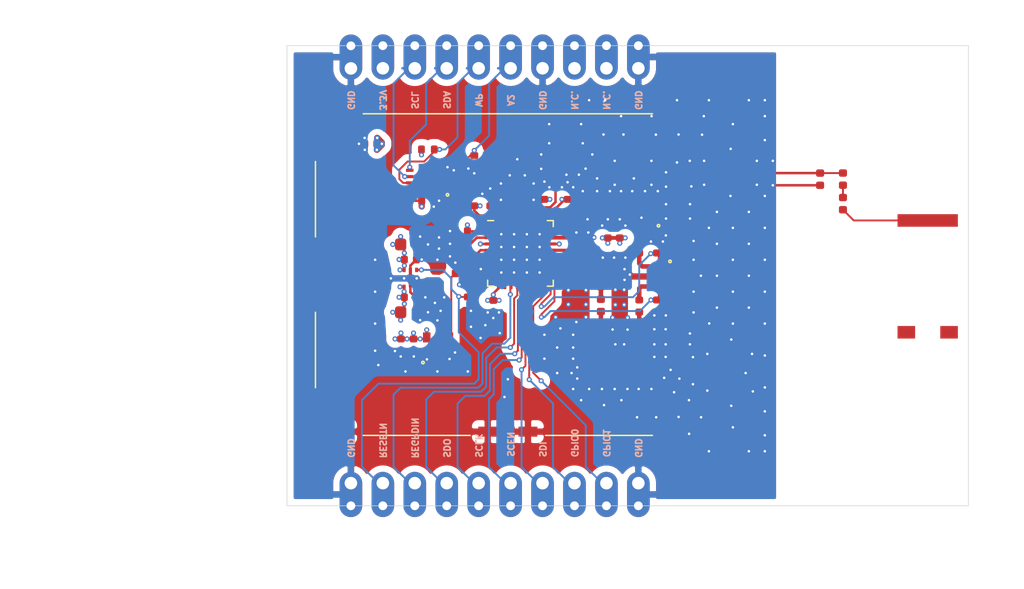
<source format=kicad_pcb>
(kicad_pcb (version 20171130) (host pcbnew 5.1.9-73d0e3b20d~88~ubuntu18.04.1)
  (title_block (title ML7404_module) (date 2021-04-10) (rev rev0))
  (layers (0 F.Cu signal) (1 In1.Cu signal) (2 In2.Cu signal) (31 B.Cu signal) (34 B.Paste user) (35 F.Paste user) (36 B.SilkS user) (37 F.SilkS user) (38 B.Mask user) (39 F.Mask user) (44 Edge.Cuts user))
  (net 0 "")
  (net 1 "Net-(C1-Pad2)")
  (net 2 GND)
  (net 3 /VB_EXT)
  (net 4 "Net-(C3-Pad2)")
  (net 5 +1V5)
  (net 6 "Net-(C5-Pad1)")
  (net 7 "Net-(C5-Pad2)")
  (net 8 +3V3)
  (net 9 +1V8)
  (net 10 GPIO2)
  (net 11 "Net-(C14-Pad2)")
  (net 12 "Net-(C14-Pad1)")
  (net 13 "Net-(C16-Pad1)")
  (net 14 "Net-(C16-Pad2)")
  (net 15 "Net-(C17-Pad1)")
  (net 16 "Net-(C19-Pad2)")
  (net 17 "Net-(C21-Pad2)")
  (net 18 "Net-(C26-Pad2)")
  (net 19 "Net-(C26-Pad1)")
  (net 20 "Net-(C27-Pad1)")
  (net 21 GPIO3)
  (net 22 "Net-(C32-Pad2)")
  (net 23 "Net-(C33-Pad2)")
  (net 24 RESETN)
  (net 25 SDO)
  (net 26 GPIO0)
  (net 27 SCLK)
  (net 28 SCEN)
  (net 29 SDI)
  (net 30 A2)
  (net 31 WP)
  (net 32 GPIO1)
  (net 33 REGPDIN)
  (net 34 SDA)
  (net 35 SCL)
  (net 36 "Net-(C1-Pad1)")
  (net 37 "Net-(C2-Pad2)")
  (net 38 "Net-(C8-Pad2)")
  (net 39 "Net-(C8-Pad1)")
  (net 40 "Net-(C18-Pad2)")
  (net 41 "Net-(C21-Pad1)")
  (net 42 "Net-(C27-Pad2)")
  (net 43 "Net-(C28-Pad2)")
  (net 44 "Net-(C29-Pad1)")
  (net 45 "Net-(C41-Pad2)")
  (net 46 "Net-(C41-Pad1)")
  (net 47 "Net-(R9-Pad2)")
  (net 48 "Net-(U2-Pad5)")
  (net 49 "Net-(U2-Pad10)")
  (net 50 "Net-(ANT1-Pad2)")
  (net 51 "Net-(ANT1-Pad1)")
  (net 52 "Net-(L2-Pad2)")
  (net 53 "Net-(PIN2-Pad1)")
  (net 54 "Net-(PIN3-Pad1)")
  (module ml7404_module:SKY13438-374LF (layer F.Cu) (at 144.6 97.85 270)
    (fp_text reference U1)
    (fp_text value SKY13438-374LF)
    (pad 1 smd roundrect (at -0.73 -0.5 270) (size 0.35 0.25) (layers F.Cu F.Paste F.Mask) (net 38 "Net-(C8-Pad2)"))
    (pad 2 smd roundrect (at -0.73 0 270) (size 0.35 0.25) (layers F.Cu F.Paste F.Mask) (net 10 GPIO2))
    (pad 3 smd roundrect (at -0.73 0.5 270) (size 0.35 0.25) (layers F.Cu F.Paste F.Mask) (net 12 "Net-(C14-Pad1)"))
    (pad 4 smd roundrect (at 0.73 0.5 270) (size 0.35 0.25) (layers F.Cu F.Paste F.Mask) (net 41 "Net-(C21-Pad1)"))
    (pad 5 smd roundrect (at 0.73 0 270) (size 0.35 0.25) (layers F.Cu F.Paste F.Mask) (net 21 GPIO3))
    (pad 6 smd roundrect (at 0.73 -0.5 270) (size 0.35 0.25) (layers F.Cu F.Paste F.Mask) (net 45 "Net-(C41-Pad2)"))
    (pad 7 smd roundrect (at 0 0 270) (size 0.7 1.2) (layers F.Cu F.Mask) (net 2 GND))
  )
  (module ml7404_module:WFD79C0925FG (layer F.Cu) (at 143.482 93.811 180)
    (fp_text reference FIL1)
    (fp_text value WFD79C0925FG)
    (pad 1 smd rect (at -0.59 0) (size 0.425 0.325) (layers F.Cu F.Paste F.Mask) (net 15 "Net-(C17-Pad1)"))
    (pad 2 smd rect (at 0 0.34 270) (size 0.425 0.25) (layers F.Cu F.Paste F.Mask) (net 2 GND))
    (pad 3 smd rect (at 0.59 0.29) (size 0.425 0.325) (layers F.Cu F.Paste F.Mask) (net 2 GND))
    (pad 4 smd rect (at 0.59 -0.29) (size 0.425 0.325) (layers F.Cu F.Paste F.Mask) (net 11 "Net-(C14-Pad2)"))
    (pad 5 smd rect (at 0 -0.34 270) (size 0.425 0.25) (layers F.Cu F.Paste F.Mask) (net 2 GND))
  )
  (module ml7404_module:ml7404 (layer F.Cu) (at 133.604 96.012)
    (fp_text reference U2)
    (fp_text value ML7404)
    (pad 1 smd roundrect (at -2.5 -1.75) (size 0.7 0.25) (layers F.Cu F.Paste F.Mask) (net 8 +3V3))
    (pad 2 smd roundrect (at -2.5 -1.25) (size 0.7 0.25) (layers F.Cu F.Paste F.Mask) (net 40 "Net-(C18-Pad2)"))
    (pad 3 smd roundrect (at -2.5 -0.75) (size 0.7 0.25) (layers F.Cu F.Paste F.Mask) (net 5 +1V5))
    (pad 4 smd roundrect (at -2.5 -0.25) (size 0.7 0.25) (layers F.Cu F.Paste F.Mask) (net 43 "Net-(C28-Pad2)"))
    (pad 5 smd roundrect (at -2.5 0.25) (size 0.7 0.25) (layers F.Cu F.Paste F.Mask) (net 48 "Net-(U2-Pad5)"))
    (pad 6 smd roundrect (at -2.5 0.75) (size 0.7 0.25) (layers F.Cu F.Paste F.Mask) (net 6 "Net-(C5-Pad1)"))
    (pad 7 smd roundrect (at -2.5 1.25) (size 0.7 0.25) (layers F.Cu F.Paste F.Mask) (net 2 GND))
    (pad 8 smd roundrect (at -2.5 1.75) (size 0.7 0.25) (layers F.Cu F.Paste F.Mask) (net 24 RESETN))
    (pad 9 smd roundrect (at -1.75 2.5) (size 0.25 0.7) (layers F.Cu F.Paste F.Mask) (net 8 +3V3))
    (pad 10 smd roundrect (at -1.25 2.5) (size 0.25 0.7) (layers F.Cu F.Paste F.Mask) (net 49 "Net-(U2-Pad10)"))
    (pad 11 smd roundrect (at -0.75 2.5) (size 0.25 0.7) (layers F.Cu F.Paste F.Mask) (net 33 REGPDIN))
    (pad 12 smd roundrect (at -0.25 2.5) (size 0.25 0.7) (layers F.Cu F.Paste F.Mask) (net 25 SDO))
    (pad 13 smd roundrect (at 0.25 2.5) (size 0.25 0.7) (layers F.Cu F.Paste F.Mask) (net 27 SCLK))
    (pad 14 smd roundrect (at 0.75 2.5) (size 0.25 0.7) (layers F.Cu F.Paste F.Mask) (net 28 SCEN))
    (pad 15 smd roundrect (at 1.25 2.5) (size 0.25 0.7) (layers F.Cu F.Paste F.Mask) (net 29 SDI))
    (pad 16 smd roundrect (at 1.75 2.5) (size 0.25 0.7) (layers F.Cu F.Paste F.Mask) (net 26 GPIO0))
    (pad 17 smd roundrect (at 2.5 1.75) (size 0.7 0.25) (layers F.Cu F.Paste F.Mask) (net 32 GPIO1))
    (pad 18 smd roundrect (at 2.5 1.25) (size 0.7 0.25) (layers F.Cu F.Paste F.Mask) (net 10 GPIO2))
    (pad 19 smd roundrect (at 2.5 0.75) (size 0.7 0.25) (layers F.Cu F.Paste F.Mask) (net 21 GPIO3))
    (pad 20 smd roundrect (at 2.5 0.25) (size 0.7 0.25) (layers F.Cu F.Paste F.Mask) (net 18 "Net-(C26-Pad2)"))
    (pad 21 smd roundrect (at 2.5 -0.25) (size 0.7 0.25) (layers F.Cu F.Paste F.Mask) (net 16 "Net-(C19-Pad2)"))
    (pad 22 smd roundrect (at 2.5 -0.75) (size 0.7 0.25) (layers F.Cu F.Paste F.Mask) (net 8 +3V3))
    (pad 23 smd roundrect (at 2.5 -1.25) (size 0.7 0.25) (layers F.Cu F.Paste F.Mask) (net 2 GND))
    (pad 24 smd roundrect (at 2.5 -1.75) (size 0.7 0.25) (layers F.Cu F.Paste F.Mask) (net 14 "Net-(C16-Pad2)"))
    (pad 25 smd roundrect (at 1.75 -2.5) (size 0.25 0.7) (layers F.Cu F.Paste F.Mask) (net 5 +1V5))
    (pad 26 smd roundrect (at 1.25 -2.5) (size 0.25 0.7) (layers F.Cu F.Paste F.Mask) (net 4 "Net-(C3-Pad2)"))
    (pad 27 smd roundrect (at 0.75 -2.5) (size 0.25 0.7) (layers F.Cu F.Paste F.Mask) (net 5 +1V5))
    (pad 28 smd roundrect (at 0.25 -2.5) (size 0.25 0.7) (layers F.Cu F.Paste F.Mask) (net 36 "Net-(C1-Pad1)"))
    (pad 29 smd roundrect (at -0.25 -2.5) (size 0.25 0.7) (layers F.Cu F.Paste F.Mask) (net 2 GND))
    (pad 30 smd roundrect (at -0.75 -2.5) (size 0.25 0.7) (layers F.Cu F.Paste F.Mask) (net 1 "Net-(C1-Pad2)"))
    (pad 31 smd roundrect (at -1.25 -2.5) (size 0.25 0.7) (layers F.Cu F.Paste F.Mask) (net 3 /VB_EXT))
    (pad 32 smd roundrect (at -1.75 -2.5) (size 0.25 0.7) (layers F.Cu F.Paste F.Mask) (net 5 +1V5))
    (pad 33 smd rect (at 0 0) (size 3.8 3.8) (layers F.Cu F.Paste F.Mask) (net 2 GND))
  )
  (module ml7404_module:AM11DP-ST01 (layer F.Cu) (at 165.989 97.79 180)
    (fp_text reference ANT1)
    (fp_text value AM11DP-ST01)
    (pad 2 smd trapezoid (at 1.7 -4.5 270) (size 1 1.4) (layers F.Cu F.Paste F.Mask) (net 50 "Net-(ANT1-Pad2)"))
    (pad 2 smd trapezoid (at -1.7 -4.5 270) (size 1 1.4) (layers F.Cu F.Paste F.Mask) (net 50 "Net-(ANT1-Pad2)"))
    (pad 1 smd trapezoid (at 0 4.4 270) (size 1 4.8) (layers F.Cu F.Paste F.Mask) (net 51 "Net-(ANT1-Pad1)"))
  )
  (module ml7404_module:TCXO_2016SA (layer F.Cu) (at 127.05 103.3)
    (fp_text reference TCXO1)
    (fp_text value "NT2016SA, 36MHz")
    (pad 4 smd rect (at -0.9 -0.6) (size 0.6 0.8) (layers F.Cu F.Paste F.Mask) (net 9 +1V8))
    (pad 3 smd rect (at 0.9 -0.6) (size 0.6 0.8) (layers F.Cu F.Paste F.Mask) (net 7 "Net-(C5-Pad2)"))
    (pad 2 smd rect (at 0.9 0.6) (size 0.6 0.8) (layers F.Cu F.Paste F.Mask) (net 2 GND))
    (pad 1 smd rect (at -0.9 0.6) (size 0.6 0.8) (layers F.Cu F.Paste F.Mask) (net 2 GND))
  )
  (module ml7404_module:terminal (layer F.Cu) (at 122.66 81.28 90)
    (fp_text reference PIN9)
    (fp_text value Conn_01x01)
    (pad 1 thru_hole oval (at 0 0 90) (size 3.6 1.8) (drill 1 (offset 0.9 0)) (layers *.Cu *.Mask) (net 8 +3V3))
    (pad "" np_thru_hole circle (at 1.8 0 90) (size 0.7 0.7) (drill 0.7) (layers *.Cu *.Mask))
  )
  (module ml7404_module:terminal (layer F.Cu) (at 120.12 81.29 90)
    (fp_text reference PIN10)
    (fp_text value Conn_01x01)
    (pad 1 thru_hole oval (at 0 0 90) (size 3.6 1.8) (drill 1 (offset 0.9 0)) (layers *.Cu *.Mask) (net 2 GND))
    (pad "" np_thru_hole circle (at 1.8 0 90) (size 0.7 0.7) (drill 0.7) (layers *.Cu *.Mask))
  )
  (module ml7404_module:terminal (layer F.Cu) (at 120.12 114.3 270)
    (fp_text reference PIN11)
    (fp_text value Conn_01x01)
    (pad 1 thru_hole oval (at 0 0 270) (size 3.6 1.8) (drill 1 (offset 0.9 0)) (layers *.Cu *.Mask) (net 2 GND))
    (pad "" np_thru_hole circle (at 1.8 0 270) (size 0.7 0.7) (drill 0.7) (layers *.Cu *.Mask))
  )
  (module ml7404_module:terminal (layer F.Cu) (at 122.66 114.3 270)
    (fp_text reference PIN12)
    (fp_text value Conn_01x01)
    (pad 1 thru_hole oval (at 0 0 270) (size 3.6 1.8) (drill 1 (offset 0.9 0)) (layers *.Cu *.Mask) (net 24 RESETN))
    (pad "" np_thru_hole circle (at 1.8 0 270) (size 0.7 0.7) (drill 0.7) (layers *.Cu *.Mask))
  )
  (module ml7404_module:terminal (layer F.Cu) (at 125.2 114.3 270)
    (fp_text reference PIN13)
    (fp_text value Conn_01x01)
    (pad 1 thru_hole oval (at 0 0 270) (size 3.6 1.8) (drill 1 (offset 0.9 0)) (layers *.Cu *.Mask) (net 33 REGPDIN))
    (pad "" np_thru_hole circle (at 1.8 0 270) (size 0.7 0.7) (drill 0.7) (layers *.Cu *.Mask))
  )
  (module ml7404_module:terminal (layer F.Cu) (at 127.74 114.3 270)
    (fp_text reference PIN14)
    (fp_text value Conn_01x01)
    (pad 1 thru_hole oval (at 0 0 270) (size 3.6 1.8) (drill 1 (offset 0.9 0)) (layers *.Cu *.Mask) (net 25 SDO))
    (pad "" np_thru_hole circle (at 1.8 0 270) (size 0.7 0.7) (drill 0.7) (layers *.Cu *.Mask))
  )
  (module ml7404_module:terminal (layer F.Cu) (at 130.28 114.3 270)
    (fp_text reference PIN15)
    (fp_text value Conn_01x01)
    (pad 1 thru_hole oval (at 0 0 270) (size 3.6 1.8) (drill 1 (offset 0.9 0)) (layers *.Cu *.Mask) (net 27 SCLK))
    (pad "" np_thru_hole circle (at 1.8 0 270) (size 0.7 0.7) (drill 0.7) (layers *.Cu *.Mask))
  )
  (module ml7404_module:terminal (layer F.Cu) (at 132.82 114.3 270)
    (fp_text reference PIN16)
    (fp_text value Conn_01x01)
    (pad 1 thru_hole oval (at 0 0 270) (size 3.6 1.8) (drill 1 (offset 0.9 0)) (layers *.Cu *.Mask) (net 28 SCEN))
    (pad "" np_thru_hole circle (at 1.8 0 270) (size 0.7 0.7) (drill 0.7) (layers *.Cu *.Mask))
  )
  (module ml7404_module:IPEX_20279-001E-03 (layer F.Cu) (at 150.368 105.49 180)
    (fp_text reference CN2)
    (fp_text value "MHF1, 20279-001E-03")
    (pad 2 smd rect (at 0 -1.475 180) (size 2.2 1.05) (layers F.Cu F.Paste F.Mask) (net 2 GND))
    (pad 1 smd rect (at 1.525 0 180) (size 1.05 1) (layers F.Cu F.Paste F.Mask) (net 46 "Net-(C41-Pad1)"))
    (pad 3 smd rect (at 0 1.475 180) (size 2.2 1.05) (layers F.Cu F.Paste F.Mask) (net 2 GND))
  )
  (module ml7404_module:BH18PB1WHFV (layer F.Cu) (at 124.85 98 180)
    (fp_text reference U4)
    (fp_text value BH18PB1WFV)
    (fp_poly (pts (xy -0.125 0.5) (xy -0.125 0.3125) (xy -0.35 0.2) (xy -0.35 -0.2) (xy -0.125 -0.325) (xy -0.125 -0.7) (xy 0.125 -0.7) (xy 0.125 -0.325) (xy 0.35 -0.2) (xy 0.35 0.225) (xy 0.125 0.3125) (xy 0.125 0.5)) (layer F.Cu) (width 0))
    (pad 5 smd rect (at -0.5 -0.675 180) (size 0.25 0.35) (layers F.Cu F.Paste F.Mask) (net 47 "Net-(R9-Pad2)"))
    (pad 4 smd rect (at 0.5 -0.675 180) (size 0.25 0.35) (layers F.Cu F.Paste F.Mask) (net 9 +1V8))
    (pad 1 smd rect (at -0.5 0.675 180) (size 0.25 0.35) (layers F.Cu F.Paste F.Mask) (net 24 RESETN))
    (pad 3 smd rect (at 0.5 0.675 180) (size 0.25 0.35) (layers F.Cu F.Paste F.Mask) (net 8 +3V3))
    (pad 2 smd rect (at 0 0.675 180) (size 0.25 0.35) (layers F.Cu F.Paste F.Mask) (net 2 GND))
  )
  (module ml7404_module:terminal (layer F.Cu) (at 125.2 81.28 90)
    (fp_text reference PIN8)
    (fp_text value Conn_01x01)
    (pad 1 thru_hole oval (at 0 0 90) (size 3.6 1.8) (drill 1 (offset 0.9 0)) (layers *.Cu *.Mask) (net 35 SCL))
    (pad "" np_thru_hole circle (at 1.8 0 90) (size 0.7 0.7) (drill 0.7) (layers *.Cu *.Mask))
  )
  (module ml7404_module:terminal (layer F.Cu) (at 135.36 114.3 270)
    (fp_text reference PIN17)
    (fp_text value Conn_01x01)
    (pad 1 thru_hole oval (at 0 0 270) (size 3.6 1.8) (drill 1 (offset 0.9 0)) (layers *.Cu *.Mask) (net 29 SDI))
    (pad "" np_thru_hole circle (at 1.8 0 270) (size 0.7 0.7) (drill 0.7) (layers *.Cu *.Mask))
  )
  (module ml7404_module:terminal (layer F.Cu) (at 137.9 114.3 270)
    (fp_text reference PIN18)
    (fp_text value Conn_01x01)
    (pad 1 thru_hole oval (at 0 0 270) (size 3.6 1.8) (drill 1 (offset 0.9 0)) (layers *.Cu *.Mask) (net 26 GPIO0))
    (pad "" np_thru_hole circle (at 1.8 0 270) (size 0.7 0.7) (drill 0.7) (layers *.Cu *.Mask))
  )
  (module ml7404_module:terminal (layer F.Cu) (at 140.44 114.3 270)
    (fp_text reference PIN19)
    (fp_text value Conn_01x01)
    (pad 1 thru_hole oval (at 0 0 270) (size 3.6 1.8) (drill 1 (offset 0.9 0)) (layers *.Cu *.Mask) (net 32 GPIO1))
    (pad "" np_thru_hole circle (at 1.8 0 270) (size 0.7 0.7) (drill 0.7) (layers *.Cu *.Mask))
  )
  (module ml7404_module:terminal (layer F.Cu) (at 142.98 114.3 270)
    (fp_text reference PIN20)
    (fp_text value Conn_01x01)
    (pad 1 thru_hole oval (at 0 0 270) (size 3.6 1.8) (drill 1 (offset 0.9 0)) (layers *.Cu *.Mask) (net 2 GND))
    (pad "" np_thru_hole circle (at 1.8 0 270) (size 0.7 0.7) (drill 0.7) (layers *.Cu *.Mask))
  )
  (module ml7404_module:terminal (layer F.Cu) (at 142.98 81.28 90)
    (fp_text reference PIN1)
    (fp_text value Conn_01x01)
    (pad 1 thru_hole oval (at 0 0 90) (size 3.6 1.8) (drill 1 (offset 0.9 0)) (layers *.Cu *.Mask) (net 2 GND))
    (pad "" np_thru_hole circle (at 1.8 0 90) (size 0.7 0.7) (drill 0.7) (layers *.Cu *.Mask))
  )
  (module ml7404_module:terminal (layer F.Cu) (at 140.44 81.28 90)
    (fp_text reference PIN2)
    (fp_text value Conn_01x01)
    (pad 1 thru_hole oval (at 0 0 90) (size 3.6 1.8) (drill 1 (offset 0.9 0)) (layers *.Cu *.Mask) (net 53 "Net-(PIN2-Pad1)"))
    (pad "" np_thru_hole circle (at 1.8 0 90) (size 0.7 0.7) (drill 0.7) (layers *.Cu *.Mask))
  )
  (module ml7404_module:terminal (layer F.Cu) (at 137.9 81.28 90)
    (fp_text reference PIN3)
    (fp_text value Conn_01x01)
    (pad 1 thru_hole oval (at 0 0 90) (size 3.6 1.8) (drill 1 (offset 0.9 0)) (layers *.Cu *.Mask) (net 54 "Net-(PIN3-Pad1)"))
    (pad "" np_thru_hole circle (at 1.8 0 90) (size 0.7 0.7) (drill 0.7) (layers *.Cu *.Mask))
  )
  (module ml7404_module:terminal (layer F.Cu) (at 135.36 81.28 90)
    (fp_text reference PIN4)
    (fp_text value Conn_01x01)
    (pad 1 thru_hole oval (at 0 0 90) (size 3.6 1.8) (drill 1 (offset 0.9 0)) (layers *.Cu *.Mask) (net 2 GND))
    (pad "" np_thru_hole circle (at 1.8 0 90) (size 0.7 0.7) (drill 0.7) (layers *.Cu *.Mask))
  )
  (module ml7404_module:terminal (layer F.Cu) (at 132.82 81.28 90)
    (fp_text reference PIN5)
    (fp_text value Conn_01x01)
    (pad 1 thru_hole oval (at 0 0 90) (size 3.6 1.8) (drill 1 (offset 0.9 0)) (layers *.Cu *.Mask) (net 30 A2))
    (pad "" np_thru_hole circle (at 1.8 0 90) (size 0.7 0.7) (drill 0.7) (layers *.Cu *.Mask))
  )
  (module ml7404_module:terminal (layer F.Cu) (at 130.28 81.28 90)
    (fp_text reference PIN6)
    (fp_text value Conn_01x01)
    (pad 1 thru_hole oval (at 0 0 90) (size 3.6 1.8) (drill 1 (offset 0.9 0)) (layers *.Cu *.Mask) (net 31 WP))
    (pad "" np_thru_hole circle (at 1.8 0 90) (size 0.7 0.7) (drill 0.7) (layers *.Cu *.Mask))
  )
  (module ml7404_module:terminal (layer F.Cu) (at 127.74 81.28 90)
    (fp_text reference PIN7)
    (fp_text value Conn_01x01)
    (pad 1 thru_hole oval (at 0 0 90) (size 3.6 1.8) (drill 1 (offset 0.9 0)) (layers *.Cu *.Mask) (net 34 SDA))
    (pad "" np_thru_hole circle (at 1.8 0 90) (size 0.7 0.7) (drill 0.7) (layers *.Cu *.Mask))
  )
  (module ml7404_module:UTC_RF_Shield_Clip (layer F.Cu) (at 117.65 97.7 90)
    (fp_text reference CL1)
    (fp_text value "UTC(RF_Shield_Clip)")
    (pad 3 smd rect (at 1.6 0 90) (size 1.5 0.8) (layers F.Cu F.Paste F.Mask) (net 2 GND))
    (pad 1 smd rect (at -1.6 0 90) (size 1.5 0.8) (layers F.Cu F.Paste F.Mask) (net 2 GND))
    (pad 2 smd rect (at 0 0 90) (size 1.1 0.8) (layers F.Cu F.Paste F.Mask) (net 2 GND))
  )
  (module ml7404_module:UTC_RF_Shield_Clip (layer F.Cu) (at 132.6 110.2)
    (fp_text reference CL2)
    (fp_text value "UTC(RF_Shield_Clip)")
    (pad 3 smd rect (at 1.6 0) (size 1.5 0.8) (layers F.Cu F.Paste F.Mask) (net 2 GND))
    (pad 1 smd rect (at -1.6 0) (size 1.5 0.8) (layers F.Cu F.Paste F.Mask) (net 2 GND))
    (pad 2 smd rect (at 0 0) (size 1.1 0.8) (layers F.Cu F.Paste F.Mask) (net 2 GND))
  )
  (module ml7404_module:BR24GxxNUXxx (layer F.Cu) (at 128.1 91.05 90)
    (fp_text reference U3)
    (fp_text value BR24GxxNUXxx)
    (pad 8 smd rect (at 0.15 -3.3 90) (size 0.25 0.6) (layers F.Cu F.Paste F.Mask) (net 8 +3V3))
    (pad 7 smd rect (at 0.65 -3.3 90) (size 0.25 0.6) (layers F.Cu F.Paste F.Mask) (net 31 WP))
    (pad 6 smd rect (at 1.15 -3.3 90) (size 0.25 0.6) (layers F.Cu F.Paste F.Mask) (net 35 SCL))
    (pad 5 smd rect (at 1.65 -3.3 90) (size 0.25 0.6) (layers F.Cu F.Paste F.Mask) (net 34 SDA))
    (pad 4 smd rect (at 1.65 -0.3 90) (size 0.25 0.6) (layers F.Cu F.Paste F.Mask) (net 2 GND))
    (pad 3 smd rect (at 1.15 -0.3 90) (size 0.25 0.6) (layers F.Cu F.Paste F.Mask) (net 30 A2))
    (pad 2 smd rect (at 0.65 -0.3 90) (size 0.25 0.6) (layers F.Cu F.Paste F.Mask) (net 2 GND))
    (pad 1 smd rect (at 0.15 -0.3 90) (size 0.25 0.6) (layers F.Cu F.Paste F.Mask) (net 2 GND))
    (pad 9 smd rect (at 0.9 -1.8 90) (size 1.5 1.4) (layers F.Cu F.Paste F.Mask) (net 2 GND))
  )
  (module ml7404_module:C_0402_1005Metric (layer F.Cu) (at 146.15 95.5 270)
    (fp_text reference C8)
    (fp_text value 0.01uF)
    (pad 1 smd roundrect (at -0.48 0 270) (size 0.56 0.62) (layers F.Cu F.Paste F.Mask) (net 39 "Net-(C8-Pad1)"))
    (pad 2 smd roundrect (at 0.48 0 270) (size 0.56 0.62) (layers F.Cu F.Paste F.Mask) (net 38 "Net-(C8-Pad2)"))
  )
  (module ml7404_module:C_0402_1005Metric (layer F.Cu) (at 143.05 95.5 90)
    (fp_text reference C14)
    (fp_text value 0.01uF)
    (pad 1 smd roundrect (at -0.48 0 90) (size 0.56 0.62) (layers F.Cu F.Paste F.Mask) (net 12 "Net-(C14-Pad1)"))
    (pad 2 smd roundrect (at 0.48 0 90) (size 0.56 0.62) (layers F.Cu F.Paste F.Mask) (net 11 "Net-(C14-Pad2)"))
  )
  (module ml7404_module:C_0402_1005Metric (layer F.Cu) (at 144.45 95.5 90)
    (fp_text reference C15)
    (fp_text value 1000pF)
    (pad 1 smd roundrect (at -0.48 0 90) (size 0.56 0.62) (layers F.Cu F.Paste F.Mask) (net 10 GPIO2))
    (pad 2 smd roundrect (at 0.48 0 90) (size 0.56 0.62) (layers F.Cu F.Paste F.Mask) (net 2 GND))
  )
  (module ml7404_module:C_0402_1005Metric (layer F.Cu) (at 139.677 92.04 180)
    (fp_text reference C16)
    (fp_text value 0Ω)
    (pad 1 smd roundrect (at -0.48 0 180) (size 0.56 0.62) (layers F.Cu F.Paste F.Mask) (net 13 "Net-(C16-Pad1)"))
    (pad 2 smd roundrect (at 0.48 0 180) (size 0.56 0.62) (layers F.Cu F.Paste F.Mask) (net 14 "Net-(C16-Pad2)"))
  )
  (module ml7404_module:C_0402_1005Metric (layer F.Cu) (at 142.56 92.03 180)
    (fp_text reference C17)
    (fp_text value 3.9pF)
    (pad 1 smd roundrect (at -0.48 0 180) (size 0.56 0.62) (layers F.Cu F.Paste F.Mask) (net 15 "Net-(C17-Pad1)"))
    (pad 2 smd roundrect (at 0.48 0 180) (size 0.56 0.62) (layers F.Cu F.Paste F.Mask) (net 13 "Net-(C16-Pad1)"))
  )
  (module ml7404_module:C_0402_1005Metric (layer F.Cu) (at 139 95.25 270)
    (fp_text reference C19)
    (fp_text value 1000pF)
    (pad 1 smd roundrect (at -0.48 0 270) (size 0.56 0.62) (layers F.Cu F.Paste F.Mask) (net 2 GND))
    (pad 2 smd roundrect (at 0.48 0 270) (size 0.56 0.62) (layers F.Cu F.Paste F.Mask) (net 16 "Net-(C19-Pad2)"))
  )
  (module ml7404_module:C_0402_1005Metric (layer F.Cu) (at 138.049 95.25 270)
    (fp_text reference C20)
    (fp_text value 100pF)
    (pad 1 smd roundrect (at -0.48 0 270) (size 0.56 0.62) (layers F.Cu F.Paste F.Mask) (net 2 GND))
    (pad 2 smd roundrect (at 0.48 0 270) (size 0.56 0.62) (layers F.Cu F.Paste F.Mask) (net 16 "Net-(C19-Pad2)"))
  )
  (module ml7404_module:C_0402_1005Metric (layer F.Cu) (at 143.05 100.2 270)
    (fp_text reference C21)
    (fp_text value 0.01uF)
    (pad 1 smd roundrect (at -0.48 0 270) (size 0.56 0.62) (layers F.Cu F.Paste F.Mask) (net 41 "Net-(C21-Pad1)"))
    (pad 2 smd roundrect (at 0.48 0 270) (size 0.56 0.62) (layers F.Cu F.Paste F.Mask) (net 17 "Net-(C21-Pad2)"))
  )
  (module ml7404_module:C_0402_1005Metric (layer F.Cu) (at 142.6 101.6)
    (fp_text reference C23)
    (fp_text value N.M.)
    (pad 1 smd roundrect (at -0.48 0) (size 0.56 0.62) (layers F.Cu F.Paste F.Mask) (net 2 GND))
    (pad 2 smd roundrect (at 0.48 0) (size 0.56 0.62) (layers F.Cu F.Paste F.Mask) (net 17 "Net-(C21-Pad2)"))
  )
  (module ml7404_module:C_0402_1005Metric (layer F.Cu) (at 144.45 100.2 270)
    (fp_text reference C24)
    (fp_text value 1000pF)
    (pad 1 smd roundrect (at -0.48 0 270) (size 0.56 0.62) (layers F.Cu F.Paste F.Mask) (net 21 GPIO3))
    (pad 2 smd roundrect (at 0.48 0 270) (size 0.56 0.62) (layers F.Cu F.Paste F.Mask) (net 2 GND))
  )
  (module ml7404_module:C_0402_1005Metric (layer F.Cu) (at 140 98.2 90)
    (fp_text reference C26)
    (fp_text value 100pF)
    (pad 1 smd roundrect (at -0.48 0 90) (size 0.56 0.62) (layers F.Cu F.Paste F.Mask) (net 19 "Net-(C26-Pad1)"))
    (pad 2 smd roundrect (at 0.48 0 90) (size 0.56 0.62) (layers F.Cu F.Paste F.Mask) (net 18 "Net-(C26-Pad2)"))
  )
  (module ml7404_module:C_0402_1005Metric (layer F.Cu) (at 139.05 103.05 90)
    (fp_text reference C27)
    (fp_text value 0.1pF)
    (pad 1 smd roundrect (at -0.48 0 90) (size 0.56 0.62) (layers F.Cu F.Paste F.Mask) (net 20 "Net-(C27-Pad1)"))
    (pad 2 smd roundrect (at 0.48 0 90) (size 0.56 0.62) (layers F.Cu F.Paste F.Mask) (net 42 "Net-(C27-Pad2)"))
  )
  (module ml7404_module:C_0402_1005Metric (layer F.Cu) (at 141.55 105.5 180)
    (fp_text reference C29)
    (fp_text value 0.9pF)
    (pad 1 smd roundrect (at -0.48 0 180) (size 0.56 0.62) (layers F.Cu F.Paste F.Mask) (net 44 "Net-(C29-Pad1)"))
    (pad 2 smd roundrect (at 0.48 0 180) (size 0.56 0.62) (layers F.Cu F.Paste F.Mask) (net 20 "Net-(C27-Pad1)"))
  )
  (module ml7404_module:C_0402_1005Metric (layer F.Cu) (at 141.4 97.7 180)
    (fp_text reference C30)
    (fp_text value N.M.)
    (pad 1 smd roundrect (at -0.48 0 180) (size 0.56 0.62) (layers F.Cu F.Paste F.Mask) (net 2 GND))
    (pad 2 smd roundrect (at 0.48 0 180) (size 0.56 0.62) (layers F.Cu F.Paste F.Mask) (net 18 "Net-(C26-Pad2)"))
  )
  (module ml7404_module:C_0402_1005Metric (layer F.Cu) (at 140.45 101.6 180)
    (fp_text reference C31)
    (fp_text value N.M.)
    (pad 1 smd roundrect (at -0.48 0 180) (size 0.56 0.62) (layers F.Cu F.Paste F.Mask) (net 2 GND))
    (pad 2 smd roundrect (at 0.48 0 180) (size 0.56 0.62) (layers F.Cu F.Paste F.Mask) (net 42 "Net-(C27-Pad2)"))
  )
  (module ml7404_module:C_0402_1005Metric (layer F.Cu) (at 138.6 105.5)
    (fp_text reference C32)
    (fp_text value 0Ω)
    (pad 1 smd roundrect (at -0.48 0) (size 0.56 0.62) (layers F.Cu F.Paste F.Mask) (net 2 GND))
    (pad 2 smd roundrect (at 0.48 0) (size 0.56 0.62) (layers F.Cu F.Paste F.Mask) (net 22 "Net-(C32-Pad2)"))
  )
  (module ml7404_module:C_0402_1005Metric (layer F.Cu) (at 144.5 105.5 180)
    (fp_text reference C33)
    (fp_text value N.M.)
    (pad 1 smd roundrect (at -0.48 0 180) (size 0.56 0.62) (layers F.Cu F.Paste F.Mask) (net 2 GND))
    (pad 2 smd roundrect (at 0.48 0 180) (size 0.56 0.62) (layers F.Cu F.Paste F.Mask) (net 23 "Net-(C33-Pad2)"))
  )
  (module ml7404_module:C_0402_1005Metric (layer F.Cu) (at 146.15 100.2 90)
    (fp_text reference C41)
    (fp_text value 0.01uF)
    (pad 1 smd roundrect (at -0.48 0 90) (size 0.56 0.62) (layers F.Cu F.Paste F.Mask) (net 46 "Net-(C41-Pad1)"))
    (pad 2 smd roundrect (at 0.48 0 90) (size 0.56 0.62) (layers F.Cu F.Paste F.Mask) (net 45 "Net-(C41-Pad2)"))
  )
  (module ml7404_module:L_0402_1005Metric (layer F.Cu) (at 159.25 90.1 270)
    (fp_text reference L2)
    (fp_text value 39nH)
    (pad 2 smd roundrect (at 0.485 0 270) (size 0.59 0.64) (layers F.Cu F.Paste F.Mask) (net 52 "Net-(L2-Pad2)"))
    (pad 1 smd roundrect (at -0.485 0 270) (size 0.59 0.64) (layers F.Cu F.Paste F.Mask) (net 39 "Net-(C8-Pad1)"))
  )
  (module ml7404_module:L_0402_1005Metric (layer F.Cu) (at 159.25 92.05 270)
    (fp_text reference L3)
    (fp_text value 2.2nH)
    (pad 2 smd roundrect (at 0.485 0 270) (size 0.59 0.64) (layers F.Cu F.Paste F.Mask) (net 51 "Net-(ANT1-Pad1)"))
    (pad 1 smd roundrect (at -0.485 0 270) (size 0.59 0.64) (layers F.Cu F.Paste F.Mask) (net 52 "Net-(L2-Pad2)"))
  )
  (module ml7404_module:L_0402_1005Metric (layer F.Cu) (at 157.432 90.106 270)
    (fp_text reference L4)
    (fp_text value 6.8nH)
    (pad 2 smd roundrect (at 0.485 0 270) (size 0.59 0.64) (layers F.Cu F.Paste F.Mask) (net 2 GND))
    (pad 1 smd roundrect (at -0.485 0 270) (size 0.59 0.64) (layers F.Cu F.Paste F.Mask) (net 39 "Net-(C8-Pad1)"))
  )
  (module ml7404_module:L_0402_1005Metric (layer F.Cu) (at 145.65 94.1 180)
    (fp_text reference L5)
    (fp_text value 100nH)
    (pad 2 smd roundrect (at 0.485 0 180) (size 0.59 0.64) (layers F.Cu F.Paste F.Mask) (net 2 GND))
    (pad 1 smd roundrect (at -0.485 0 180) (size 0.59 0.64) (layers F.Cu F.Paste F.Mask) (net 39 "Net-(C8-Pad1)"))
  )
  (module ml7404_module:L_0402_1005Metric (layer F.Cu) (at 141.12 91.55 90)
    (fp_text reference L6)
    (fp_text value 5.6nH)
    (pad 2 smd roundrect (at 0.485 0 90) (size 0.59 0.64) (layers F.Cu F.Paste F.Mask) (net 2 GND))
    (pad 1 smd roundrect (at -0.485 0 90) (size 0.59 0.64) (layers F.Cu F.Paste F.Mask) (net 13 "Net-(C16-Pad1)"))
  )
  (module ml7404_module:L_0402_1005Metric (layer F.Cu) (at 144 91.55 90)
    (fp_text reference L7)
    (fp_text value N.M.)
    (pad 2 smd roundrect (at 0.485 0 90) (size 0.59 0.64) (layers F.Cu F.Paste F.Mask) (net 2 GND))
    (pad 1 smd roundrect (at -0.485 0 90) (size 0.59 0.64) (layers F.Cu F.Paste F.Mask) (net 15 "Net-(C17-Pad1)"))
  )
  (module ml7404_module:L_0402_1005Metric (layer F.Cu) (at 139 97.15 270)
    (fp_text reference L8)
    (fp_text value 5.8nH)
    (pad 2 smd roundrect (at 0.485 0 270) (size 0.59 0.64) (layers F.Cu F.Paste F.Mask) (net 18 "Net-(C26-Pad2)"))
    (pad 1 smd roundrect (at -0.485 0 270) (size 0.59 0.64) (layers F.Cu F.Paste F.Mask) (net 16 "Net-(C19-Pad2)"))
  )
  (module ml7404_module:L_0402_1005Metric (layer F.Cu) (at 143.05 103.05 90)
    (fp_text reference L9)
    (fp_text value 0Ω)
    (pad 2 smd roundrect (at 0.485 0 90) (size 0.59 0.64) (layers F.Cu F.Paste F.Mask) (net 17 "Net-(C21-Pad2)"))
    (pad 1 smd roundrect (at -0.485 0 90) (size 0.59 0.64) (layers F.Cu F.Paste F.Mask) (net 44 "Net-(C29-Pad1)"))
  )
  (module ml7404_module:L_0402_1005Metric (layer F.Cu) (at 140.05 103.05 270)
    (fp_text reference L10)
    (fp_text value 8.2nH)
    (pad 2 smd roundrect (at 0.485 0 270) (size 0.59 0.64) (layers F.Cu F.Paste F.Mask) (net 20 "Net-(C27-Pad1)"))
    (pad 1 smd roundrect (at -0.485 0 270) (size 0.59 0.64) (layers F.Cu F.Paste F.Mask) (net 42 "Net-(C27-Pad2)"))
  )
  (module ml7404_module:L_0402_1005Metric (layer F.Cu) (at 141.55 104.5)
    (fp_text reference L11)
    (fp_text value 8.2nH)
    (pad 2 smd roundrect (at 0.485 0) (size 0.59 0.64) (layers F.Cu F.Paste F.Mask) (net 44 "Net-(C29-Pad1)"))
    (pad 1 smd roundrect (at -0.485 0) (size 0.59 0.64) (layers F.Cu F.Paste F.Mask) (net 20 "Net-(C27-Pad1)"))
  )
  (module ml7404_module:L_0402_1005Metric (layer F.Cu) (at 140 100.15 270)
    (fp_text reference L12)
    (fp_text value 0Ω)
    (pad 2 smd roundrect (at 0.485 0 270) (size 0.59 0.64) (layers F.Cu F.Paste F.Mask) (net 42 "Net-(C27-Pad2)"))
    (pad 1 smd roundrect (at -0.485 0 270) (size 0.59 0.64) (layers F.Cu F.Paste F.Mask) (net 19 "Net-(C26-Pad1)"))
  )
  (module ml7404_module:L_0402_1005Metric (layer F.Cu) (at 140.05 105 270)
    (fp_text reference L13)
    (fp_text value 2.4pF)
    (pad 2 smd roundrect (at 0.485 0 270) (size 0.59 0.64) (layers F.Cu F.Paste F.Mask) (net 22 "Net-(C32-Pad2)"))
    (pad 1 smd roundrect (at -0.485 0 270) (size 0.59 0.64) (layers F.Cu F.Paste F.Mask) (net 20 "Net-(C27-Pad1)"))
  )
  (module ml7404_module:L_0402_1005Metric (layer F.Cu) (at 143.05 105 270)
    (fp_text reference L14)
    (fp_text value N.M.)
    (pad 2 smd roundrect (at 0.485 0 270) (size 0.59 0.64) (layers F.Cu F.Paste F.Mask) (net 23 "Net-(C33-Pad2)"))
    (pad 1 smd roundrect (at -0.485 0 270) (size 0.59 0.64) (layers F.Cu F.Paste F.Mask) (net 44 "Net-(C29-Pad1)"))
  )
  (module ml7404_module:L_0402_1005Metric (layer F.Cu) (at 145.65 101.65)
    (fp_text reference L15)
    (fp_text value 100nH)
    (pad 2 smd roundrect (at 0.485 0) (size 0.59 0.64) (layers F.Cu F.Paste F.Mask) (net 46 "Net-(C41-Pad1)"))
    (pad 1 smd roundrect (at -0.485 0) (size 0.59 0.64) (layers F.Cu F.Paste F.Mask) (net 2 GND))
  )
  (module ml7404_module:C_0402_1005Metric (layer F.Cu) (at 141.5 94.3 270)
    (fp_text reference C12)
    (fp_text value 0.01uF)
    (pad 1 smd roundrect (at -0.48 0 270) (size 0.56 0.62) (layers F.Cu F.Paste F.Mask) (net 2 GND))
    (pad 2 smd roundrect (at 0.48 0 270) (size 0.56 0.62) (layers F.Cu F.Paste F.Mask) (net 8 +3V3))
  )
  (module ml7404_module:C_0402_1005Metric (layer F.Cu) (at 140.55 94.3 270)
    (fp_text reference C13)
    (fp_text value 1uF)
    (pad 1 smd roundrect (at -0.48 0 270) (size 0.56 0.62) (layers F.Cu F.Paste F.Mask) (net 2 GND))
    (pad 2 smd roundrect (at 0.48 0 270) (size 0.56 0.62) (layers F.Cu F.Paste F.Mask) (net 8 +3V3))
  )
  (module ml7404_module:C_0402_1005Metric (layer F.Cu) (at 133.35 91.75 180)
    (fp_text reference C1)
    (fp_text value 3.3pF)
    (pad 1 smd roundrect (at -0.48 0 180) (size 0.56 0.62) (layers F.Cu F.Paste F.Mask) (net 36 "Net-(C1-Pad1)"))
    (pad 2 smd roundrect (at 0.48 0 180) (size 0.56 0.62) (layers F.Cu F.Paste F.Mask) (net 1 "Net-(C1-Pad2)"))
  )
  (module ml7404_module:C_0402_1005Metric (layer F.Cu) (at 138.25 88.788 90)
    (fp_text reference C2)
    (fp_text value 1000pF)
    (pad 1 smd roundrect (at -0.48 0 90) (size 0.56 0.62) (layers F.Cu F.Paste F.Mask) (net 2 GND))
    (pad 2 smd roundrect (at 0.48 0 90) (size 0.56 0.62) (layers F.Cu F.Paste F.Mask) (net 37 "Net-(C2-Pad2)"))
  )
  (module ml7404_module:C_0402_1005Metric (layer F.Cu) (at 136.779 89.296 180)
    (fp_text reference C3)
    (fp_text value 68pF)
    (pad 1 smd roundrect (at -0.48 0 180) (size 0.56 0.62) (layers F.Cu F.Paste F.Mask) (net 2 GND))
    (pad 2 smd roundrect (at 0.48 0 180) (size 0.56 0.62) (layers F.Cu F.Paste F.Mask) (net 4 "Net-(C3-Pad2)"))
  )
  (module ml7404_module:C_0402_1005Metric (layer F.Cu) (at 131.2 91.75 90)
    (fp_text reference C4)
    (fp_text value 0.1uF)
    (pad 1 smd roundrect (at -0.48 0 90) (size 0.56 0.62) (layers F.Cu F.Paste F.Mask) (net 3 /VB_EXT))
    (pad 2 smd roundrect (at 0.48 0 90) (size 0.56 0.62) (layers F.Cu F.Paste F.Mask) (net 2 GND))
  )
  (module ml7404_module:C_0402_1005Metric (layer F.Cu) (at 128.9 97.6 180)
    (fp_text reference C5)
    (fp_text value 0.1uF)
    (pad 1 smd roundrect (at -0.48 0 180) (size 0.56 0.62) (layers F.Cu F.Paste F.Mask) (net 6 "Net-(C5-Pad1)"))
    (pad 2 smd roundrect (at 0.48 0 180) (size 0.56 0.62) (layers F.Cu F.Paste F.Mask) (net 7 "Net-(C5-Pad2)"))
  )
  (module ml7404_module:C_0402_1005Metric (layer F.Cu) (at 135.509 91.228 270)
    (fp_text reference C6)
    (fp_text value 1000pF)
    (pad 1 smd roundrect (at -0.48 0 270) (size 0.56 0.62) (layers F.Cu F.Paste F.Mask) (net 2 GND))
    (pad 2 smd roundrect (at 0.48 0 270) (size 0.56 0.62) (layers F.Cu F.Paste F.Mask) (net 5 +1V5))
  )
  (module ml7404_module:C_0402_1005Metric (layer F.Cu) (at 129.93 91.75 90)
    (fp_text reference C7)
    (fp_text value 1000pF)
    (pad 1 smd roundrect (at -0.48 0 90) (size 0.56 0.62) (layers F.Cu F.Paste F.Mask) (net 5 +1V5))
    (pad 2 smd roundrect (at 0.48 0 90) (size 0.56 0.62) (layers F.Cu F.Paste F.Mask) (net 2 GND))
  )
  (module ml7404_module:C_0402_1005Metric (layer F.Cu) (at 124.1 103.3 90)
    (fp_text reference C9)
    (fp_text value 1uF)
    (pad 1 smd roundrect (at -0.48 0 90) (size 0.56 0.62) (layers F.Cu F.Paste F.Mask) (net 2 GND))
    (pad 2 smd roundrect (at 0.48 0 90) (size 0.56 0.62) (layers F.Cu F.Paste F.Mask) (net 9 +1V8))
  )
  (module ml7404_module:C_0402_1005Metric (layer F.Cu) (at 125.1 103.3 90)
    (fp_text reference C10)
    (fp_text value 0.01uF)
    (pad 1 smd roundrect (at -0.48 0 90) (size 0.56 0.62) (layers F.Cu F.Paste F.Mask) (net 2 GND))
    (pad 2 smd roundrect (at 0.48 0 90) (size 0.56 0.62) (layers F.Cu F.Paste F.Mask) (net 9 +1V8))
  )
  (module ml7404_module:C_0402_1005Metric (layer F.Cu) (at 137.35 91.23 270)
    (fp_text reference C11)
    (fp_text value 1000pF)
    (pad 1 smd roundrect (at -0.48 0 270) (size 0.56 0.62) (layers F.Cu F.Paste F.Mask) (net 2 GND))
    (pad 2 smd roundrect (at 0.48 0 270) (size 0.56 0.62) (layers F.Cu F.Paste F.Mask) (net 5 +1V5))
  )
  (module ml7404_module:C_0402_1005Metric (layer F.Cu) (at 128.905 95.25)
    (fp_text reference C18)
    (fp_text value 0.1uF)
    (pad 1 smd roundrect (at -0.48 0) (size 0.56 0.62) (layers F.Cu F.Paste F.Mask) (net 2 GND))
    (pad 2 smd roundrect (at 0.48 0) (size 0.56 0.62) (layers F.Cu F.Paste F.Mask) (net 40 "Net-(C18-Pad2)"))
  )
  (module ml7404_module:C_0402_1005Metric (layer F.Cu) (at 129.413 99 270)
    (fp_text reference C22)
    (fp_text value 100pF)
    (pad 1 smd roundrect (at -0.48 0 270) (size 0.56 0.62) (layers F.Cu F.Paste F.Mask) (net 2 GND))
    (pad 2 smd roundrect (at 0.48 0 270) (size 0.56 0.62) (layers F.Cu F.Paste F.Mask) (net 24 RESETN))
  )
  (module ml7404_module:C_0402_1005Metric (layer F.Cu) (at 128.905 94.234)
    (fp_text reference C25)
    (fp_text value 0.1uF)
    (pad 1 smd roundrect (at -0.48 0) (size 0.56 0.62) (layers F.Cu F.Paste F.Mask) (net 2 GND))
    (pad 2 smd roundrect (at 0.48 0) (size 0.56 0.62) (layers F.Cu F.Paste F.Mask) (net 8 +3V3))
  )
  (module ml7404_module:C_0402_1005Metric (layer F.Cu) (at 128.905 96.266)
    (fp_text reference C28)
    (fp_text value 1uF)
    (pad 1 smd roundrect (at -0.48 0) (size 0.56 0.62) (layers F.Cu F.Paste F.Mask) (net 2 GND))
    (pad 2 smd roundrect (at 0.48 0) (size 0.56 0.62) (layers F.Cu F.Paste F.Mask) (net 43 "Net-(C28-Pad2)"))
  )
  (module ml7404_module:C_0402_1005Metric (layer F.Cu) (at 131.445 100.23 90)
    (fp_text reference C34)
    (fp_text value 0.1uF)
    (pad 1 smd roundrect (at -0.48 0 90) (size 0.56 0.62) (layers F.Cu F.Paste F.Mask) (net 2 GND))
    (pad 2 smd roundrect (at 0.48 0 90) (size 0.56 0.62) (layers F.Cu F.Paste F.Mask) (net 8 +3V3))
  )
  (module ml7404_module:C_0402_1005Metric (layer F.Cu) (at 126.23 91.82 180)
    (fp_text reference C35)
    (fp_text value 0.1uF)
    (pad 1 smd roundrect (at -0.48 0 180) (size 0.56 0.62) (layers F.Cu F.Paste F.Mask) (net 2 GND))
    (pad 2 smd roundrect (at 0.48 0 180) (size 0.56 0.62) (layers F.Cu F.Paste F.Mask) (net 8 +3V3))
  )
  (module ml7404_module:C_0402_1005Metric (layer F.Cu) (at 124.85 96.5 180)
    (fp_text reference C36)
    (fp_text value 0.1uF)
    (pad 1 smd roundrect (at -0.48 0 180) (size 0.56 0.62) (layers F.Cu F.Paste F.Mask) (net 2 GND))
    (pad 2 smd roundrect (at 0.48 0 180) (size 0.56 0.62) (layers F.Cu F.Paste F.Mask) (net 8 +3V3))
  )
  (module ml7404_module:C_0402_1005Metric (layer F.Cu) (at 124.85 99.5 180)
    (fp_text reference C37)
    (fp_text value 0.1uF)
    (pad 1 smd roundrect (at -0.48 0 180) (size 0.56 0.62) (layers F.Cu F.Paste F.Mask) (net 2 GND))
    (pad 2 smd roundrect (at 0.48 0 180) (size 0.56 0.62) (layers F.Cu F.Paste F.Mask) (net 9 +1V8))
  )
  (module ml7404_module:C_0603_1608Metric (layer F.Cu) (at 124.85 95.3 180)
    (fp_text reference C39)
    (fp_text value 10uF)
    (pad 2 smd roundrect (at 0.775 0 180) (size 0.9 0.95) (layers F.Cu F.Paste F.Mask) (net 8 +3V3))
    (pad 1 smd roundrect (at -0.775 0 180) (size 0.9 0.95) (layers F.Cu F.Paste F.Mask) (net 2 GND))
  )
  (module ml7404_module:C_0603_1608Metric (layer F.Cu) (at 124.85 100.7 180)
    (fp_text reference C40)
    (fp_text value 10uF)
    (pad 2 smd roundrect (at 0.775 0 180) (size 0.9 0.95) (layers F.Cu F.Paste F.Mask) (net 9 +1V8))
    (pad 1 smd roundrect (at -0.775 0 180) (size 0.9 0.95) (layers F.Cu F.Paste F.Mask) (net 2 GND))
  )
  (module ml7404_module:L_0402_1005Metric (layer F.Cu) (at 133.35 90.7542)
    (fp_text reference L1)
    (fp_text value 4.3nH)
    (pad 2 smd roundrect (at 0.485 0) (size 0.59 0.64) (layers F.Cu F.Paste F.Mask) (net 36 "Net-(C1-Pad1)"))
    (pad 1 smd roundrect (at -0.485 0) (size 0.59 0.64) (layers F.Cu F.Paste F.Mask) (net 1 "Net-(C1-Pad2)"))
  )
  (module ml7404_module:R_0402_1005Metric (layer F.Cu) (at 136.779 88.28 180)
    (fp_text reference R1)
    (fp_text value 12kΩ)
    (pad 2 smd roundrect (at 0.51 0 180) (size 0.54 0.64) (layers F.Cu F.Paste F.Mask) (net 4 "Net-(C3-Pad2)"))
    (pad 1 smd roundrect (at -0.51 0 180) (size 0.54 0.64) (layers F.Cu F.Paste F.Mask) (net 37 "Net-(C2-Pad2)"))
  )
  (module ml7404_module:R_0402_1005Metric (layer F.Cu) (at 126.24 87.74 180)
    (fp_text reference R5)
    (fp_text value 10kΩ)
    (pad 2 smd roundrect (at 0.51 0 180) (size 0.54 0.64) (layers F.Cu F.Paste F.Mask) (net 8 +3V3))
    (pad 1 smd roundrect (at -0.51 0 180) (size 0.54 0.64) (layers F.Cu F.Paste F.Mask) (net 31 WP))
  )
  (module ml7404_module:R_0402_1005Metric (layer F.Cu) (at 129.93 88.73 90)
    (fp_text reference R6)
    (fp_text value 100kΩ)
    (pad 2 smd roundrect (at 0.51 0 90) (size 0.54 0.64) (layers F.Cu F.Paste F.Mask) (net 30 A2))
    (pad 1 smd roundrect (at -0.51 0 90) (size 0.54 0.64) (layers F.Cu F.Paste F.Mask) (net 2 GND))
  )
  (module ml7404_module:R_0402_1005Metric (layer F.Cu) (at 126.8 99 90)
    (fp_text reference R9)
    (fp_text value 100kΩ)
    (pad 2 smd roundrect (at 0.51 0 90) (size 0.54 0.64) (layers F.Cu F.Paste F.Mask) (net 47 "Net-(R9-Pad2)"))
    (pad 1 smd roundrect (at -0.51 0 90) (size 0.54 0.64) (layers F.Cu F.Paste F.Mask) (net 2 GND))
  )
  (module ml7404_module:C_0402_1005Metric (layer F.Cu) (at 121.702 87.289)
    (fp_text reference C38)
    (fp_text value 0.1uF)
    (pad 1 smd roundrect (at -0.48 0) (size 0.56 0.62) (layers F.Cu F.Paste F.Mask) (net 2 GND))
    (pad 2 smd roundrect (at 0.48 0) (size 0.56 0.62) (layers F.Cu F.Paste F.Mask) (net 8 +3V3))
  )
  (module ml7404_module:1500_RF_Shield_soldered_30mmx25mm (layer F.Cu) (at 132.6 97.7)
    (fp_text reference RF_shield1)
    (fp_text value 1500_RF_shield_soldered_recess)
    (pad 1 smd rect (at 15 11) (size 1 2) (layers F.Cu F.Paste F.Mask) (net 2 GND))
    (pad 1 smd rect (at 15 12.5) (size 1 1) (layers F.Cu F.Paste F.Mask) (net 2 GND))
    (pad 1 smd rect (at 15 -11) (size 1 2) (layers F.Cu F.Paste F.Mask) (net 2 GND))
    (pad 1 smd rect (at 15 -12.5) (size 1 1) (layers F.Cu F.Paste F.Mask) (net 2 GND))
    (pad 1 smd rect (at -15 -12.5) (size 1 1) (layers F.Cu F.Paste F.Mask) (net 2 GND))
    (pad 1 smd rect (at -15 12.5) (size 1 1) (layers F.Cu F.Paste F.Mask) (net 2 GND))
    (pad 1 smd rect (at -13.5 -12.5) (size 2 1) (layers F.Cu F.Paste F.Mask) (net 2 GND))
    (pad 1 smd rect (at -13.5 12.5) (size 2 1) (layers F.Cu F.Paste F.Mask) (net 2 GND))
    (pad 1 smd rect (at 13.5 -12.5) (size 2 1) (layers F.Cu F.Paste F.Mask) (net 2 GND))
    (pad 1 smd rect (at 13.5 12.5) (size 2 1) (layers F.Cu F.Paste F.Mask) (net 2 GND))
    (pad 1 smd rect (at -15 -11) (size 1 2) (layers F.Cu F.Paste F.Mask) (net 2 GND))
    (pad 1 smd rect (at -15 11) (size 1 2) (layers F.Cu F.Paste F.Mask) (net 2 GND))
  )
  (gr_text GND (at 142.98 83.82 -90) (layer B.SilkS) (effects (font (size 0.5 0.5) (thickness 0.125)) (justify mirror)))
  (gr_text GND (at 142.98 111.5 -90) (layer B.SilkS) (effects (font (size 0.5 0.5) (thickness 0.125)) (justify mirror)))
  (gr_text GND (at 120.12 111.5 -90) (layer B.SilkS) (effects (font (size 0.5 0.5) (thickness 0.125)) (justify mirror)))
  (gr_text GPIO1 (at 140.44 111.1 -90) (layer B.SilkS) (effects (font (size 0.5 0.5) (thickness 0.125)) (justify mirror)))
  (gr_text GPIO0 (at 137.9 111.1 -90) (layer B.SilkS) (effects (font (size 0.5 0.5) (thickness 0.125)) (justify mirror)))
  (gr_text SDI (at 135.36 111.6 -90) (layer B.SilkS) (effects (font (size 0.5 0.5) (thickness 0.125)) (justify mirror)))
  (gr_text SCEN (at 132.82 111.2 -90) (layer B.SilkS) (effects (font (size 0.5 0.5) (thickness 0.125)) (justify mirror)))
  (gr_text SCLK (at 130.28 111.3 -90) (layer B.SilkS) (effects (font (size 0.5 0.5) (thickness 0.125)) (justify mirror)))
  (gr_text SDO (at 127.74 111.5 270) (layer B.SilkS) (effects (font (size 0.5 0.5) (thickness 0.125)) (justify mirror)))
  (gr_text REGPDIN (at 125.2 110.7 270) (layer B.SilkS) (effects (font (size 0.5 0.5) (thickness 0.125)) (justify mirror)))
  (gr_text RESETN (at 122.66 110.9 270) (layer B.SilkS) (effects (font (size 0.5 0.5) (thickness 0.125)) (justify mirror)))
  (gr_text GND (at 120.12 83.82 270) (layer B.SilkS) (effects (font (size 0.5 0.5) (thickness 0.125)) (justify mirror)))
  (gr_text 3.3V (at 122.66 83.82 270) (layer B.SilkS) (effects (font (size 0.5 0.5) (thickness 0.125)) (justify mirror)))
  (gr_text SDA (at 127.74 83.8 270) (layer B.SilkS) (effects (font (size 0.5 0.5) (thickness 0.125)) (justify mirror)))
  (gr_text SCL (at 125.2 83.82 270) (layer B.SilkS) (effects (font (size 0.5 0.5) (thickness 0.125)) (justify mirror)))
  (gr_text WP (at 130.28 83.82 270) (layer B.SilkS) (effects (font (size 0.5 0.5) (thickness 0.125)) (justify mirror)))
  (gr_text A2 (at 132.82 83.82 270) (layer B.SilkS) (effects (font (size 0.5 0.5) (thickness 0.125)) (justify mirror)))
  (gr_text N.C. (at 140.44 83.82 270) (layer B.SilkS) (effects (font (size 0.5 0.5) (thickness 0.125)) (justify mirror)))
  (gr_text GND (at 135.36 83.82 -90) (layer B.SilkS) (effects (font (size 0.5 0.5) (thickness 0.125)) (justify mirror)))
  (gr_text N.C. (at 137.9 83.82 270) (layer B.SilkS) (effects (font (size 0.5 0.5) (thickness 0.125)) (justify mirror)))
  (gr_line (start 115.04 116.1) (end 115.04 79.48) (layer Edge.Cuts) (width 0.05))
  (gr_line (start 169.2275 116.1) (end 115.04 116.1) (layer Edge.Cuts) (width 0.05))
  (gr_line (start 169.2275 79.48) (end 169.2275 116.1) (layer Edge.Cuts) (width 0.05))
  (gr_line (start 115.04 79.48) (end 169.2275 79.48) (layer Edge.Cuts) (width 0.05))
  (segment (start 132.865 93.551) (end 132.854 93.562) (width 0.15) (layer F.Cu) (net 1))
  (segment (start 132.865 90.7542) (end 132.865 93.551) (width 0.15) (layer F.Cu) (net 1))
  (via (at 146.177 86.5505) (size 0.4) (drill 0.2) (layers F.Cu B.Cu) (net 2))
  (via (at 146.177 109.0295) (size 0.4) (drill 0.2) (layers F.Cu B.Cu) (net 2))
  (via (at 135.128 97.536) (size 0.4) (drill 0.2) (layers F.Cu B.Cu) (net 2))
  (via (at 135.128 96.52) (size 0.4) (drill 0.2) (layers F.Cu B.Cu) (net 2))
  (via (at 135.128 95.504) (size 0.4) (drill 0.2) (layers F.Cu B.Cu) (net 2))
  (via (at 134.112 97.536) (size 0.4) (drill 0.2) (layers F.Cu B.Cu) (net 2))
  (via (at 134.112 96.52) (size 0.4) (drill 0.2) (layers F.Cu B.Cu) (net 2))
  (via (at 134.112 94.488) (size 0.4) (drill 0.2) (layers F.Cu B.Cu) (net 2))
  (via (at 133.096 97.536) (size 0.4) (drill 0.2) (layers F.Cu B.Cu) (net 2))
  (via (at 133.096 94.488) (size 0.4) (drill 0.2) (layers F.Cu B.Cu) (net 2))
  (via (at 132.08 96.52) (size 0.4) (drill 0.2) (layers F.Cu B.Cu) (net 2))
  (via (at 132.08 95.504) (size 0.4) (drill 0.2) (layers F.Cu B.Cu) (net 2))
  (via (at 132.08 94.488) (size 0.4) (drill 0.2) (layers F.Cu B.Cu) (net 2))
  (via (at 138.05 94.35) (size 0.4) (drill 0.2) (layers F.Cu B.Cu) (net 2))
  (via (at 139 94.35) (size 0.4) (drill 0.2) (layers F.Cu B.Cu) (net 2))
  (via (at 140.55 93.3) (size 0.4) (drill 0.2) (layers F.Cu B.Cu) (net 2))
  (via (at 141.5 93.3) (size 0.4) (drill 0.2) (layers F.Cu B.Cu) (net 2))
  (segment (start 143.482 93.5235) (end 143.482 94.0985) (width 0.2) (layer F.Cu) (net 2))
  (segment (start 133.354 95.762) (end 133.604 96.012) (width 0.2) (layer F.Cu) (net 2))
  (segment (start 133.354 93.562) (end 133.354 95.754) (width 0.2) (layer F.Cu) (net 2))
  (segment (start 134.854 94.762) (end 134.854 94.762) (width 0.2) (layer F.Cu) (net 2))
  (segment (start 136.054 94.762) (end 134.854 94.762) (width 0.2) (layer F.Cu) (net 2))
  (segment (start 132.354 97.262) (end 133.0325 96.5835) (width 0.2) (layer F.Cu) (net 2))
  (segment (start 131.154 97.262) (end 131.973 97.262) (width 0.2) (layer F.Cu) (net 2))
  (via (at 135.509 90.3) (size 0.4) (drill 0.2) (layers F.Cu B.Cu) (net 2))
  (via (at 137.259 89.75) (size 0.4) (drill 0.2) (layers F.Cu B.Cu) (net 2))
  (via (at 137.8 90.748) (size 0.4) (drill 0.2) (layers F.Cu B.Cu) (net 2))
  (via (at 132.05 91.75) (size 0.4) (drill 0.2) (layers F.Cu B.Cu) (net 2))
  (via (at 128 94.234) (size 0.4) (drill 0.2) (layers F.Cu B.Cu) (net 2))
  (via (at 128 96.25) (size 0.4) (drill 0.2) (layers F.Cu B.Cu) (net 2))
  (via (at 128.425 96.75) (size 0.4) (drill 0.2) (layers F.Cu B.Cu) (net 2))
  (segment (start 131.154 97.262) (end 130.449 97.262) (width 0.2) (layer F.Cu) (net 2))
  (via (at 130.449 97.262) (size 0.4) (drill 0.2) (layers F.Cu B.Cu) (net 2))
  (via (at 139.45 94.75) (size 0.4) (drill 0.2) (layers F.Cu B.Cu) (net 2))
  (via (at 131 100.71) (size 0.4) (drill 0.2) (layers F.Cu B.Cu) (net 2))
  (via (at 120.76 87.289) (size 0.4) (drill 0.2) (layers F.Cu B.Cu) (net 2))
  (via (at 121.222 87.77) (size 0.4) (drill 0.2) (layers F.Cu B.Cu) (net 2))
  (via (at 121.21 86.82) (size 0.4) (drill 0.2) (layers F.Cu B.Cu) (net 2))
  (via (at 145.178 90.701) (size 0.4) (drill 0.2) (layers F.Cu B.Cu) (net 2))
  (via (at 145.178 89.558) (size 0.4) (drill 0.2) (layers F.Cu B.Cu) (net 2))
  (via (at 145.178 92.098) (size 0.4) (drill 0.2) (layers F.Cu B.Cu) (net 2))
  (via (at 137.35 90.35) (size 0.4) (drill 0.2) (layers F.Cu B.Cu) (net 2))
  (via (at 132.05 90.45) (size 0.4) (drill 0.2) (layers F.Cu B.Cu) (net 2))
  (via (at 134.65 90.45) (size 0.4) (drill 0.2) (layers F.Cu B.Cu) (net 2))
  (via (at 134.65 91.75) (size 0.4) (drill 0.2) (layers F.Cu B.Cu) (net 2))
  (via (at 133.95 89.8) (size 0.4) (drill 0.2) (layers F.Cu B.Cu) (net 2))
  (via (at 132.75 89.8) (size 0.4) (drill 0.2) (layers F.Cu B.Cu) (net 2))
  (via (at 140.1 93.8) (size 0.4) (drill 0.2) (layers F.Cu B.Cu) (net 2))
  (via (at 141.95 93.8) (size 0.4) (drill 0.2) (layers F.Cu B.Cu) (net 2))
  (via (at 128 95.25) (size 0.4) (drill 0.2) (layers F.Cu B.Cu) (net 2))
  (via (at 145.178 93.241) (size 0.4) (drill 0.2) (layers F.Cu B.Cu) (net 2))
  (via (at 150.368 102.87) (size 0.4) (drill 0.2) (layers F.Cu B.Cu) (net 2))
  (via (at 152.019 104.013) (size 0.4) (drill 0.2) (layers F.Cu B.Cu) (net 2))
  (via (at 147.0787 102.3874) (size 0.4) (drill 0.2) (layers F.Cu B.Cu) (net 2))
  (via (at 147.0787 103.251) (size 0.4) (drill 0.2) (layers F.Cu B.Cu) (net 2))
  (via (at 153.67 90.591) (size 0.4) (drill 0.2) (layers F.Cu B.Cu) (net 2))
  (via (at 147.193 90.678) (size 0.4) (drill 0.2) (layers F.Cu B.Cu) (net 2))
  (via (at 147.087 92.098) (size 0.4) (drill 0.2) (layers F.Cu B.Cu) (net 2))
  (via (at 147.087 93.241) (size 0.4) (drill 0.2) (layers F.Cu B.Cu) (net 2))
  (segment (start 128.425 94.234) (end 128 94.234) (width 0.2) (layer F.Cu) (net 2))
  (segment (start 128.425 95.25) (end 128 95.25) (width 0.2) (layer F.Cu) (net 2))
  (segment (start 128.425 96.266) (end 128.425 96.75) (width 0.2) (layer F.Cu) (net 2))
  (segment (start 128.016 96.266) (end 128 96.25) (width 0.2) (layer F.Cu) (net 2))
  (segment (start 128.425 96.266) (end 128.016 96.266) (width 0.2) (layer F.Cu) (net 2))
  (segment (start 131.445 100.71) (end 131 100.71) (width 0.2) (layer F.Cu) (net 2))
  (segment (start 126.8 99.51) (end 126.8 99.95) (width 0.2) (layer F.Cu) (net 2))
  (segment (start 125.34 99.51) (end 125.33 99.5) (width 0.2) (layer F.Cu) (net 2))
  (segment (start 126.8 99.51) (end 126.04 99.51) (width 0.2) (layer F.Cu) (net 2))
  (segment (start 125.625 100.7) (end 126.25 100.7) (width 0.2) (layer F.Cu) (net 2))
  (segment (start 125.625 100.7) (end 125.625 101.325) (width 0.2) (layer F.Cu) (net 2))
  (via (at 126.8 99.95) (size 0.4) (drill 0.2) (layers F.Cu B.Cu) (net 2))
  (segment (start 126.04 99.51) (end 125.34 99.51) (width 0.2) (layer F.Cu) (net 2))
  (via (at 126.04 99.51) (size 0.4) (drill 0.2) (layers F.Cu B.Cu) (net 2))
  (via (at 126.25 100.7) (size 0.4) (drill 0.2) (layers F.Cu B.Cu) (net 2))
  (via (at 125.625 101.325) (size 0.4) (drill 0.2) (layers F.Cu B.Cu) (net 2))
  (segment (start 126.04 100.285) (end 125.625 100.7) (width 0.2) (layer F.Cu) (net 2))
  (segment (start 126.8 99.51) (end 127.54 99.51) (width 0.2) (layer F.Cu) (net 2))
  (via (at 127.54 99.51) (size 0.4) (drill 0.2) (layers F.Cu B.Cu) (net 2))
  (segment (start 128.77 98.52) (end 128.75 98.5) (width 0.2) (layer F.Cu) (net 2))
  (segment (start 129.413 98.52) (end 128.77 98.52) (width 0.2) (layer F.Cu) (net 2))
  (via (at 128.75 98.5) (size 0.4) (drill 0.2) (layers F.Cu B.Cu) (net 2))
  (segment (start 127.95 103.9) (end 128.4 103.9) (width 0.2) (layer F.Cu) (net 2))
  (via (at 128.4 103.9) (size 0.4) (drill 0.2) (layers F.Cu B.Cu) (net 2))
  (segment (start 124.85 97.7) (end 124.55 98) (width 0.2) (layer F.Cu) (net 2))
  (segment (start 124.85 97.325) (end 124.85 97.7) (width 0.2) (layer F.Cu) (net 2))
  (segment (start 124.55 98) (end 124.35 98) (width 0.2) (layer F.Cu) (net 2))
  (segment (start 124.85 97.7) (end 125.15 98) (width 0.2) (layer F.Cu) (net 2))
  (segment (start 125.15 98) (end 125.35 98) (width 0.2) (layer F.Cu) (net 2))
  (via (at 125.35 98) (size 0.4) (drill 0.2) (layers F.Cu B.Cu) (net 2))
  (via (at 124.35 98) (size 0.4) (drill 0.2) (layers F.Cu B.Cu) (net 2))
  (segment (start 131.445 100.71) (end 131.445 101.155) (width 0.2) (layer F.Cu) (net 2))
  (segment (start 131.445 100.71) (end 131.89 100.71) (width 0.2) (layer F.Cu) (net 2))
  (via (at 131.89 100.71) (size 0.4) (drill 0.2) (layers F.Cu B.Cu) (net 2))
  (via (at 131.445 101.155) (size 0.4) (drill 0.2) (layers F.Cu B.Cu) (net 2))
  (segment (start 126.04 99.51) (end 126.04 100.285) (width 0.2) (layer F.Cu) (net 2))
  (segment (start 132.05 91.3) (end 132.05 90.45) (width 0.5) (layer F.Cu) (net 2))
  (segment (start 134.65 90.45) (end 134.65 91.3) (width 0.5) (layer F.Cu) (net 2))
  (segment (start 132.75 89.8) (end 132.5 89.8) (width 0.5) (layer F.Cu) (net 2))
  (segment (start 132.05 90.25) (end 132.05 90.45) (width 0.5) (layer F.Cu) (net 2))
  (segment (start 132.5 89.8) (end 132.05 90.25) (width 0.5) (layer F.Cu) (net 2))
  (segment (start 134.65 90.25) (end 134.65 90.45) (width 0.5) (layer F.Cu) (net 2))
  (segment (start 134.2 89.8) (end 134.65 90.25) (width 0.5) (layer F.Cu) (net 2))
  (segment (start 133.95 89.8) (end 134.2 89.8) (width 0.5) (layer F.Cu) (net 2))
  (segment (start 132.75 89.8) (end 133.95 89.8) (width 0.5) (layer F.Cu) (net 2))
  (segment (start 134.65 90.45) (end 134.65 91.75) (width 0.5) (layer F.Cu) (net 2))
  (segment (start 132.05 90.45) (end 132.05 91.75) (width 0.5) (layer F.Cu) (net 2))
  (segment (start 135.509 90.748) (end 135.509 90.3) (width 0.2) (layer F.Cu) (net 2))
  (segment (start 137.359 90.741) (end 137.35 90.75) (width 0.2) (layer F.Cu) (net 2))
  (segment (start 138.222 89.296) (end 138.25 89.268) (width 0.2) (layer F.Cu) (net 2))
  (segment (start 137.259 89.296) (end 138.222 89.296) (width 0.2) (layer F.Cu) (net 2))
  (segment (start 137.865 90.75) (end 137.867 90.748) (width 0.2) (layer F.Cu) (net 2))
  (segment (start 135.509 90.748) (end 135.902 90.748) (width 0.2) (layer F.Cu) (net 2))
  (segment (start 137.35 90.75) (end 136.9 90.75) (width 0.2) (layer F.Cu) (net 2))
  (via (at 136.9 90.75) (size 0.4) (drill 0.2) (layers F.Cu B.Cu) (net 2))
  (segment (start 135.902 90.748) (end 135.902 90.748) (width 0.2) (layer F.Cu) (net 2))
  (via (at 135.902 90.748) (size 0.4) (drill 0.2) (layers F.Cu B.Cu) (net 2))
  (segment (start 138.25 89.268) (end 138.25 89.75) (width 0.2) (layer F.Cu) (net 2))
  (segment (start 138.25 89.268) (end 138.782 89.268) (width 0.2) (layer F.Cu) (net 2))
  (segment (start 138.25 89.75) (end 138.25 89.75) (width 0.2) (layer F.Cu) (net 2))
  (via (at 138.25 89.75) (size 0.4) (drill 0.2) (layers F.Cu B.Cu) (net 2))
  (via (at 138.782 89.268) (size 0.4) (drill 0.2) (layers F.Cu B.Cu) (net 2))
  (segment (start 131.2 91.27) (end 130.77 91.27) (width 0.2) (layer F.Cu) (net 2))
  (segment (start 130.77 91.27) (end 130.77 91.27) (width 0.2) (layer F.Cu) (net 2))
  (via (at 130.57 91.27) (size 0.4) (drill 0.2) (layers F.Cu B.Cu) (net 2))
  (segment (start 131.2 90.85) (end 131.2 91.27) (width 0.2) (layer F.Cu) (net 2))
  (via (at 131.2 90.85) (size 0.4) (drill 0.2) (layers F.Cu B.Cu) (net 2))
  (segment (start 125.625 95.3) (end 126.25 95.3) (width 0.2) (layer F.Cu) (net 2))
  (via (at 125.625 94.675) (size 0.4) (drill 0.2) (layers F.Cu B.Cu) (net 2))
  (via (at 126.25 95.3) (size 0.4) (drill 0.2) (layers F.Cu B.Cu) (net 2))
  (segment (start 125.625 95.3) (end 125.625 94.675) (width 0.2) (layer F.Cu) (net 2))
  (segment (start 125.625 96.205) (end 125.33 96.5) (width 0.2) (layer F.Cu) (net 2))
  (segment (start 125.625 95.3) (end 125.625 96.205) (width 0.2) (layer F.Cu) (net 2))
  (segment (start 124.85 96.98) (end 124.85 97.325) (width 0.2) (layer F.Cu) (net 2))
  (segment (start 125.33 96.5) (end 124.85 96.98) (width 0.2) (layer F.Cu) (net 2))
  (segment (start 125.33 96.5) (end 125.75 96.5) (width 0.2) (layer F.Cu) (net 2))
  (via (at 125.75 96.5) (size 0.4) (drill 0.2) (layers F.Cu B.Cu) (net 2))
  (segment (start 124.85 99.1) (end 124.85 97.325) (width 0.2) (layer F.Cu) (net 2))
  (segment (start 125.25 99.5) (end 124.85 99.1) (width 0.2) (layer F.Cu) (net 2))
  (segment (start 125.33 99.5) (end 125.25 99.5) (width 0.2) (layer F.Cu) (net 2))
  (segment (start 139.438 94.762) (end 139.45 94.75) (width 0.2) (layer F.Cu) (net 2))
  (segment (start 136.054 94.762) (end 139.438 94.762) (width 0.3) (layer F.Cu) (net 2))
  (segment (start 139 94.77) (end 139 94.35) (width 0.5) (layer F.Cu) (net 2))
  (segment (start 138.049 94.351) (end 138.05 94.35) (width 0.2) (layer F.Cu) (net 2))
  (segment (start 138.049 94.77) (end 138.049 94.351) (width 0.5) (layer F.Cu) (net 2))
  (segment (start 140.1 93.8) (end 141.95 93.8) (width 0.2) (layer F.Cu) (net 2))
  (segment (start 141.5 93.4) (end 141.5 93.82) (width 0.2) (layer F.Cu) (net 2))
  (segment (start 140.55 93.4) (end 140.55 93.82) (width 0.2) (layer F.Cu) (net 2))
  (segment (start 143.2265 93.5235) (end 143.2265 93.1735) (width 0.2) (layer F.Cu) (net 2))
  (segment (start 142.982 93.5235) (end 143.2265 93.5235) (width 0.2) (layer F.Cu) (net 2))
  (segment (start 143.2265 93.5235) (end 143.482 93.5235) (width 0.2) (layer F.Cu) (net 2))
  (segment (start 142.982 93.5235) (end 142.6265 93.5235) (width 0.2) (layer F.Cu) (net 2))
  (via (at 143.2265 93.1735) (size 0.4) (drill 0.2) (layers F.Cu B.Cu) (net 2))
  (via (at 141.88 97.27) (size 0.4) (drill 0.2) (layers F.Cu B.Cu) (net 2))
  (via (at 142.3 97.7) (size 0.4) (drill 0.2) (layers F.Cu B.Cu) (net 2))
  (via (at 141.88 98.12) (size 0.4) (drill 0.2) (layers F.Cu B.Cu) (net 2))
  (segment (start 144.45 95.07) (end 143.98 95.07) (width 0.2) (layer F.Cu) (net 2))
  (segment (start 144.45 95.07) (end 144.93 95.07) (width 0.2) (layer F.Cu) (net 2))
  (segment (start 145.165 94.1) (end 145.165 94.585) (width 0.2) (layer F.Cu) (net 2))
  (via (at 143.98 95.07) (size 0.4) (drill 0.2) (layers F.Cu B.Cu) (net 2))
  (via (at 144.93 95.07) (size 0.4) (drill 0.2) (layers F.Cu B.Cu) (net 2))
  (segment (start 145.165 94.585) (end 145.165 94.635) (width 0.2) (layer F.Cu) (net 2))
  (via (at 145.165 94.585) (size 0.4) (drill 0.2) (layers F.Cu B.Cu) (net 2))
  (segment (start 144.45 100.68) (end 144.92 100.68) (width 0.5) (layer F.Cu) (net 2))
  (segment (start 145.165 101.65) (end 145.165 101.185) (width 0.2) (layer F.Cu) (net 2))
  (via (at 145.165 100.95) (size 0.4) (drill 0.2) (layers F.Cu B.Cu) (net 2))
  (via (at 144.25 100.95) (size 0.4) (drill 0.2) (layers F.Cu B.Cu) (net 2))
  (segment (start 142.494 93.05) (end 139.044 93.05) (width 0.2) (layer F.Cu) (net 2))
  (segment (start 140.55 93.45) (end 140.55 93.25) (width 0.5) (layer F.Cu) (net 2))
  (segment (start 141.5 93.45) (end 141.5 93.25) (width 0.5) (layer F.Cu) (net 2))
  (segment (start 138.05 94.35) (end 138.05 94.05) (width 0.5) (layer F.Cu) (net 2))
  (segment (start 138.05 94.05) (end 138.15 93.95) (width 0.5) (layer F.Cu) (net 2))
  (segment (start 139 94.05) (end 138.6 94.05) (width 0.5) (layer F.Cu) (net 2))
  (segment (start 139.55 93.8) (end 139 94.35) (width 0.5) (layer F.Cu) (net 2))
  (segment (start 140.1 93.8) (end 139.55 93.8) (width 0.2) (layer F.Cu) (net 2))
  (via (at 138.938 93.3) (size 0.4) (drill 0.2) (layers F.Cu B.Cu) (net 2))
  (segment (start 141.52 93.8) (end 141.5 93.82) (width 0.2) (layer F.Cu) (net 2))
  (segment (start 141.95 93.8) (end 141.52 93.8) (width 0.5) (layer F.Cu) (net 2))
  (segment (start 139.5 93.8) (end 139.55 93.8) (width 0.2) (layer F.Cu) (net 2))
  (segment (start 139.05 93.35) (end 139.5 93.8) (width 0.2) (layer F.Cu) (net 2))
  (segment (start 140.93 101.6) (end 140.93 102.07) (width 0.2) (layer F.Cu) (net 2))
  (segment (start 140.93 101.6) (end 140.93 101.12) (width 0.2) (layer F.Cu) (net 2))
  (segment (start 142.12 101.6) (end 142.12 101.13) (width 0.2) (layer F.Cu) (net 2))
  (segment (start 142.12 101.6) (end 142.12 102.08) (width 0.2) (layer F.Cu) (net 2))
  (segment (start 142.12 101.6) (end 141.55 101.6) (width 0.2) (layer F.Cu) (net 2))
  (segment (start 141.55 101.6) (end 140.93 101.6) (width 0.2) (layer F.Cu) (net 2))
  (via (at 142.12 101.13) (size 0.4) (drill 0.2) (layers F.Cu B.Cu) (net 2))
  (via (at 142.12 102.08) (size 0.4) (drill 0.2) (layers F.Cu B.Cu) (net 2))
  (via (at 140.93 101.12) (size 0.4) (drill 0.2) (layers F.Cu B.Cu) (net 2))
  (via (at 140.93 102.07) (size 0.4) (drill 0.2) (layers F.Cu B.Cu) (net 2))
  (via (at 140.15 96.35) (size 0.4) (drill 0.2) (layers F.Cu B.Cu) (net 2))
  (via (at 141.05 96.35) (size 0.4) (drill 0.2) (layers F.Cu B.Cu) (net 2))
  (via (at 141.95 96.35) (size 0.4) (drill 0.2) (layers F.Cu B.Cu) (net 2))
  (segment (start 141.55 101.6) (end 141.55 102.55) (width 0.2) (layer F.Cu) (net 2))
  (segment (start 141.55 103.55) (end 141.75 103.55) (width 0.2) (layer F.Cu) (net 2))
  (segment (start 141.25 103.55) (end 141.55 103.55) (width 0.2) (layer F.Cu) (net 2))
  (via (at 141.15 103.25) (size 0.4) (drill 0.2) (layers F.Cu B.Cu) (net 2))
  (via (at 141.85 103.25) (size 0.4) (drill 0.2) (layers F.Cu B.Cu) (net 2))
  (segment (start 141.55 102.55) (end 141.55 103.55) (width 0.2) (layer F.Cu) (net 2))
  (segment (start 141.75 103.25) (end 141.75 103.25) (width 0.8) (layer F.Cu) (net 2))
  (segment (start 141.25 103.25) (end 141.25 103.25) (width 0.8) (layer F.Cu) (net 2))
  (segment (start 141.75 103.25) (end 141.75 101.95) (width 0.8) (layer F.Cu) (net 2))
  (segment (start 141.25 101.89) (end 141.25 103.25) (width 0.8) (layer F.Cu) (net 2))
  (segment (start 141.25 101.45) (end 141.25 99.05) (width 0.8) (layer F.Cu) (net 2))
  (segment (start 141.75 101.45) (end 141.75 99.95) (width 0.8) (layer F.Cu) (net 2))
  (segment (start 141.52 101.57) (end 141.55 101.6) (width 0.2) (layer F.Cu) (net 2))
  (segment (start 141.52 98.72) (end 141.52 99.53) (width 0.2) (layer F.Cu) (net 2))
  (segment (start 141.2 98.75) (end 141.8 98.75) (width 0.2) (layer F.Cu) (net 2))
  (segment (start 141.75 99.04) (end 141.75 99.04) (width 0.8) (layer F.Cu) (net 2))
  (via (at 141.85 98.9) (size 0.4) (drill 0.2) (layers F.Cu B.Cu) (net 2))
  (segment (start 141.75 99.95) (end 141.75 99.04) (width 0.8) (layer F.Cu) (net 2))
  (segment (start 141.52 100.63) (end 141.52 100.68) (width 0.2) (layer F.Cu) (net 2))
  (via (at 141.15 100.1) (size 0.4) (drill 0.2) (layers F.Cu B.Cu) (net 2))
  (segment (start 141.52 99.53) (end 141.52 100.23) (width 0.2) (layer F.Cu) (net 2))
  (via (at 141.15 98.9) (size 0.4) (drill 0.2) (layers F.Cu B.Cu) (net 2))
  (segment (start 141.52 100.23) (end 141.52 100.63) (width 0.2) (layer F.Cu) (net 2))
  (via (at 141.85 100.1) (size 0.4) (drill 0.2) (layers F.Cu B.Cu) (net 2))
  (segment (start 141.52 100.68) (end 141.52 101.57) (width 0.2) (layer F.Cu) (net 2))
  (segment (start 141.9 98.85) (end 141.85 98.9) (width 0.2) (layer F.Cu) (net 2))
  (segment (start 141.9 96.35) (end 141.9 98.85) (width 0.5) (layer F.Cu) (net 2))
  (segment (start 140.1 96.35) (end 141.9 96.35) (width 0.2) (layer F.Cu) (net 2))
  (segment (start 138.12 105.5) (end 138.12 105.085) (width 0.3) (layer F.Cu) (net 2))
  (segment (start 138.07 104.82) (end 137.85 104.6) (width 0.3) (layer F.Cu) (net 2))
  (segment (start 138.12 105.5) (end 138.12 105.974) (width 0.3) (layer F.Cu) (net 2))
  (segment (start 138.12 106.13) (end 137.9 106.35) (width 0.2) (layer F.Cu) (net 2))
  (segment (start 138.12 106.13) (end 138.12 106.53) (width 0.3) (layer F.Cu) (net 2))
  (segment (start 139.05 93.35) (end 142.453 93.35) (width 0.5) (layer F.Cu) (net 2))
  (segment (start 142.2265 93.5235) (end 141.95 93.8) (width 0.5) (layer F.Cu) (net 2))
  (segment (start 142.7035 93.5355) (end 142.3035 93.5355) (width 0.3) (layer F.Cu) (net 2))
  (segment (start 138.05 94.35) (end 139 94.35) (width 0.5) (layer F.Cu) (net 2))
  (segment (start 138.6 94.05) (end 138.05 94.05) (width 0.5) (layer F.Cu) (net 2))
  (segment (start 145.05 101.735) (end 145.05 102.5) (width 0.8) (layer F.Cu) (net 2))
  (segment (start 145.165 101.65) (end 145.05 101.65) (width 0.2) (layer F.Cu) (net 2))
  (segment (start 144.4 101) (end 144.4 102.4) (width 0.8) (layer F.Cu) (net 2))
  (segment (start 144.4 100.83) (end 144.4 101) (width 0.8) (layer F.Cu) (net 2))
  (segment (start 145.165 100.925) (end 144.92 100.68) (width 0.5) (layer F.Cu) (net 2))
  (segment (start 145.165 101.65) (end 145.165 100.925) (width 0.5) (layer F.Cu) (net 2))
  (segment (start 144.85 100.85) (end 144.85 101.45) (width 0.5) (layer F.Cu) (net 2))
  (segment (start 144.4 102.4) (end 144.4 102.85) (width 0.8) (layer F.Cu) (net 2))
  (via (at 144.25 102.05) (size 0.4) (drill 0.2) (layers F.Cu B.Cu) (net 2))
  (segment (start 144.4 102.85) (end 144.4 102.85) (width 0.8) (layer F.Cu) (net 2))
  (via (at 144.25 103.25) (size 0.4) (drill 0.2) (layers F.Cu B.Cu) (net 2))
  (segment (start 145.05 102.5) (end 145.05 102.65) (width 0.8) (layer F.Cu) (net 2))
  (via (at 145.15 102.05) (size 0.4) (drill 0.2) (layers F.Cu B.Cu) (net 2))
  (via (at 145.15 103.25) (size 0.4) (drill 0.2) (layers F.Cu B.Cu) (net 2))
  (via (at 144.25 104.25) (size 0.4) (drill 0.2) (layers F.Cu B.Cu) (net 2))
  (via (at 145.15 104.25) (size 0.4) (drill 0.2) (layers F.Cu B.Cu) (net 2))
  (segment (start 141.88 97.27) (end 141.88 98.12) (width 0.2) (layer F.Cu) (net 2))
  (segment (start 152.883 90.591) (end 152.329 90.591) (width 0.2) (layer F.Cu) (net 2))
  (segment (start 153.899 90.591) (end 152.883 90.591) (width 0.2) (layer F.Cu) (net 2))
  (segment (start 157.432 90.591) (end 153.899 90.591) (width 0.2) (layer F.Cu) (net 2))
  (segment (start 145.15 104.25) (end 145.15 104.891) (width 0.6) (layer F.Cu) (net 2))
  (segment (start 145.15 104.891) (end 145.542 105.283) (width 0.5) (layer F.Cu) (net 2))
  (segment (start 142.3 97.69) (end 141.88 97.27) (width 0.5) (layer F.Cu) (net 2))
  (segment (start 142.3 97.7) (end 142.3 97.69) (width 0.2) (layer F.Cu) (net 2))
  (segment (start 142.4305 97.8145) (end 142.0105 98.2345) (width 0.3) (layer F.Cu) (net 2))
  (segment (start 141.95 96.282) (end 141.95 97.282) (width 0.6) (layer F.Cu) (net 2))
  (via (at 147.066 88.646) (size 0.4) (drill 0.2) (layers F.Cu B.Cu) (net 2))
  (via (at 146.05 88.773) (size 0.4) (drill 0.2) (layers F.Cu B.Cu) (net 2))
  (via (at 148.209 88.646) (size 0.4) (drill 0.2) (layers F.Cu B.Cu) (net 2))
  (via (at 148.209 90.551) (size 0.4) (drill 0.2) (layers F.Cu B.Cu) (net 2))
  (via (at 152.4 88.646) (size 0.4) (drill 0.2) (layers F.Cu B.Cu) (net 2))
  (via (at 153.67 88.646) (size 0.4) (drill 0.2) (layers F.Cu B.Cu) (net 2))
  (via (at 152.4 90.551) (size 0.4) (drill 0.2) (layers F.Cu B.Cu) (net 2))
  (via (at 148.463 104.013) (size 0.4) (drill 0.2) (layers F.Cu B.Cu) (net 2))
  (via (at 147.32 104.267) (size 0.4) (drill 0.2) (layers F.Cu B.Cu) (net 2))
  (segment (start 145.542 105.283) (end 146.2405 105.9815) (width 0.5) (layer F.Cu) (net 2))
  (via (at 145.542 105.283) (size 0.4) (drill 0.2) (layers F.Cu B.Cu) (net 2))
  (segment (start 146.2405 105.9815) (end 146.685 106.426) (width 0.5) (layer F.Cu) (net 2))
  (via (at 146.2405 105.9815) (size 0.4) (drill 0.2) (layers F.Cu B.Cu) (net 2))
  (via (at 147.32 106.426) (size 0.4) (drill 0.2) (layers F.Cu B.Cu) (net 2))
  (via (at 148.463 106.934) (size 0.4) (drill 0.2) (layers F.Cu B.Cu) (net 2))
  (via (at 147.3708 95.0214) (size 0.4) (drill 0.2) (layers F.Cu B.Cu) (net 2))
  (via (at 147.3708 96.52) (size 0.4) (drill 0.2) (layers F.Cu B.Cu) (net 2))
  (via (at 147.3708 99.06) (size 0.4) (drill 0.2) (layers F.Cu B.Cu) (net 2))
  (via (at 147.3708 100.711) (size 0.4) (drill 0.2) (layers F.Cu B.Cu) (net 2))
  (via (at 144.526 91.059) (size 0.4) (drill 0.2) (layers F.Cu B.Cu) (net 2))
  (via (at 144.018 90.551) (size 0.4) (drill 0.2) (layers F.Cu B.Cu) (net 2))
  (via (at 143.51 91.059) (size 0.4) (drill 0.2) (layers F.Cu B.Cu) (net 2))
  (via (at 141.605 91.059) (size 0.4) (drill 0.2) (layers F.Cu B.Cu) (net 2))
  (via (at 140.716 91.059) (size 0.4) (drill 0.2) (layers F.Cu B.Cu) (net 2))
  (via (at 141.097 90.551) (size 0.4) (drill 0.2) (layers F.Cu B.Cu) (net 2))
  (via (at 145.034 105.918) (size 0.4) (drill 0.2) (layers F.Cu B.Cu) (net 2))
  (segment (start 138.12 105.974) (end 138.12 106.13) (width 0.3) (layer F.Cu) (net 2))
  (via (at 138.12 105.974) (size 0.4) (drill 0.2) (layers F.Cu B.Cu) (net 2))
  (segment (start 138.12 105.085) (end 138.12 104.87) (width 0.3) (layer F.Cu) (net 2))
  (via (at 138.12 105.085) (size 0.4) (drill 0.2) (layers F.Cu B.Cu) (net 2))
  (via (at 137.668 105.537) (size 0.4) (drill 0.2) (layers F.Cu B.Cu) (net 2))
  (via (at 139.065 106.807) (size 0.4) (drill 0.2) (layers F.Cu B.Cu) (net 2))
  (via (at 140.081 106.807) (size 0.4) (drill 0.2) (layers F.Cu B.Cu) (net 2))
  (via (at 141.097 106.807) (size 0.4) (drill 0.2) (layers F.Cu B.Cu) (net 2))
  (via (at 142.113 106.807) (size 0.4) (drill 0.2) (layers F.Cu B.Cu) (net 2))
  (via (at 143.002 106.807) (size 0.4) (drill 0.2) (layers F.Cu B.Cu) (net 2))
  (via (at 144.018 106.807) (size 0.4) (drill 0.2) (layers F.Cu B.Cu) (net 2))
  (via (at 142.494 91.059) (size 0.4) (drill 0.2) (layers F.Cu B.Cu) (net 2))
  (via (at 139.7 91.059) (size 0.4) (drill 0.2) (layers F.Cu B.Cu) (net 2))
  (via (at 138.557 91.059) (size 0.4) (drill 0.2) (layers F.Cu B.Cu) (net 2))
  (via (at 137.795 103.505) (size 0.4) (drill 0.2) (layers F.Cu B.Cu) (net 2))
  (via (at 137.795 102.489) (size 0.4) (drill 0.2) (layers F.Cu B.Cu) (net 2))
  (via (at 137.795 104.394) (size 0.4) (drill 0.2) (layers F.Cu B.Cu) (net 2))
  (via (at 138.049 101.473) (size 0.4) (drill 0.2) (layers F.Cu B.Cu) (net 2))
  (via (at 138.811 101.092) (size 0.4) (drill 0.2) (layers F.Cu B.Cu) (net 2))
  (via (at 138.811 100.076) (size 0.4) (drill 0.2) (layers F.Cu B.Cu) (net 2))
  (via (at 138.811 98.933) (size 0.4) (drill 0.2) (layers F.Cu B.Cu) (net 2))
  (segment (start 125.35 98) (end 123.45 98) (width 0.5) (layer F.Cu) (net 2))
  (segment (start 135.509 90.3) (end 135.509 90.009) (width 0.5) (layer F.Cu) (net 2))
  (segment (start 135.45 89.95) (end 135.291 89.791) (width 0.4) (layer F.Cu) (net 2))
  (segment (start 125.35 98) (end 123.3 98) (width 0.5) (layer B.Cu) (net 2))
  (segment (start 131.445 100.71) (end 132.01 100.71) (width 0.5) (layer F.Cu) (net 2))
  (segment (start 132.01 100.71) (end 132.25 100.95) (width 0.5) (layer F.Cu) (net 2))
  (segment (start 132.25 100.95) (end 132.25 101.55) (width 0.2) (layer F.Cu) (net 2))
  (segment (start 121.222 87.77) (end 121.222 87.289) (width 0.5) (layer F.Cu) (net 2))
  (segment (start 121.222 87.77) (end 121.222 87.938) (width 0.2) (layer F.Cu) (net 2))
  (segment (start 121.222 87.938) (end 120.96 88.2) (width 0.2) (layer F.Cu) (net 2))
  (segment (start 120.96 88.2) (end 120.66 88.2) (width 0.25) (layer F.Cu) (net 2))
  (segment (start 120.66 88.2) (end 120.26 87.8) (width 0.2) (layer F.Cu) (net 2))
  (segment (start 120.26 87.8) (end 120.26 87.35) (width 0.2) (layer F.Cu) (net 2))
  (segment (start 120.699 87.35) (end 120.76 87.289) (width 0.2) (layer F.Cu) (net 2))
  (segment (start 120.26 87.35) (end 120.699 87.35) (width 0.2) (layer F.Cu) (net 2))
  (via (at 135.89 85.725) (size 0.4) (drill 0.2) (layers F.Cu B.Cu) (net 2))
  (via (at 138.43 85.725) (size 0.4) (drill 0.2) (layers F.Cu B.Cu) (net 2))
  (via (at 139.065 83.82) (size 0.4) (drill 0.2) (layers F.Cu B.Cu) (net 2))
  (via (at 141.605 85.09) (size 0.4) (drill 0.2) (layers F.Cu B.Cu) (net 2))
  (via (at 140.335 83.82) (size 0.4) (drill 0.2) (layers F.Cu B.Cu) (net 2))
  (via (at 153.035 83.82) (size 0.4) (drill 0.2) (layers F.Cu B.Cu) (net 2))
  (via (at 151.765 83.82) (size 0.4) (drill 0.2) (layers F.Cu B.Cu) (net 2))
  (via (at 153.035 85.09) (size 0.4) (drill 0.2) (layers F.Cu B.Cu) (net 2))
  (via (at 153.035 111.76) (size 0.4) (drill 0.2) (layers F.Cu B.Cu) (net 2))
  (via (at 153.035 110.49) (size 0.4) (drill 0.2) (layers F.Cu B.Cu) (net 2))
  (via (at 151.765 111.76) (size 0.4) (drill 0.2) (layers F.Cu B.Cu) (net 2))
  (via (at 148.59 111.76) (size 0.4) (drill 0.2) (layers F.Cu B.Cu) (net 2))
  (via (at 146.05 83.82) (size 0.4) (drill 0.2) (layers F.Cu B.Cu) (net 2))
  (via (at 148.59 83.82) (size 0.4) (drill 0.2) (layers F.Cu B.Cu) (net 2))
  (via (at 150.495 85.725) (size 0.4) (drill 0.2) (layers F.Cu B.Cu) (net 2))
  (via (at 148.1836 85.09) (size 0.4) (drill 0.2) (layers F.Cu B.Cu) (net 2))
  (via (at 144.0307 85.09) (size 0.4) (drill 0.2) (layers F.Cu B.Cu) (net 2))
  (via (at 150.495 109.855) (size 0.4) (drill 0.2) (layers F.Cu B.Cu) (net 2))
  (via (at 147.0152 110.3757) (size 0.4) (drill 0.2) (layers F.Cu B.Cu) (net 2))
  (via (at 153.035 106.68) (size 0.4) (drill 0.2) (layers F.Cu B.Cu) (net 2))
  (via (at 153.035 104.14) (size 0.4) (drill 0.2) (layers F.Cu B.Cu) (net 2))
  (via (at 153.035 101.6) (size 0.4) (drill 0.2) (layers F.Cu B.Cu) (net 2))
  (via (at 153.035 99.06) (size 0.4) (drill 0.2) (layers F.Cu B.Cu) (net 2))
  (via (at 153.035 96.52) (size 0.4) (drill 0.2) (layers F.Cu B.Cu) (net 2))
  (via (at 153.035 93.98) (size 0.4) (drill 0.2) (layers F.Cu B.Cu) (net 2))
  (via (at 153.035 91.44) (size 0.4) (drill 0.2) (layers F.Cu B.Cu) (net 2))
  (via (at 153.035 86.995) (size 0.4) (drill 0.2) (layers F.Cu B.Cu) (net 2))
  (via (at 153.035 108.585) (size 0.4) (drill 0.2) (layers F.Cu B.Cu) (net 2))
  (via (at 151.765 92.71) (size 0.4) (drill 0.2) (layers F.Cu B.Cu) (net 2))
  (via (at 151.765 95.25) (size 0.4) (drill 0.2) (layers F.Cu B.Cu) (net 2))
  (via (at 151.765 97.79) (size 0.4) (drill 0.2) (layers F.Cu B.Cu) (net 2))
  (via (at 151.765 100.33) (size 0.4) (drill 0.2) (layers F.Cu B.Cu) (net 2))
  (via (at 150.495 101.6) (size 0.4) (drill 0.2) (layers F.Cu B.Cu) (net 2))
  (via (at 150.495 99.06) (size 0.4) (drill 0.2) (layers F.Cu B.Cu) (net 2))
  (via (at 150.495 96.52) (size 0.4) (drill 0.2) (layers F.Cu B.Cu) (net 2))
  (via (at 150.495 93.98) (size 0.4) (drill 0.2) (layers F.Cu B.Cu) (net 2))
  (via (at 150.3045 91.44) (size 0.4) (drill 0.2) (layers F.Cu B.Cu) (net 2))
  (via (at 149.225 92.71) (size 0.4) (drill 0.2) (layers F.Cu B.Cu) (net 2))
  (via (at 149.225 95.25) (size 0.4) (drill 0.2) (layers F.Cu B.Cu) (net 2))
  (via (at 149.225 97.79) (size 0.4) (drill 0.2) (layers F.Cu B.Cu) (net 2))
  (via (at 149.225 100.33) (size 0.4) (drill 0.2) (layers F.Cu B.Cu) (net 2))
  (via (at 147.955 97.79) (size 0.4) (drill 0.2) (layers F.Cu B.Cu) (net 2))
  (via (at 148.59 93.98) (size 0.4) (drill 0.2) (layers F.Cu B.Cu) (net 2))
  (via (at 148.6154 101.5873) (size 0.4) (drill 0.2) (layers F.Cu B.Cu) (net 2))
  (via (at 137.414 98.933) (size 0.4) (drill 0.2) (layers F.Cu B.Cu) (net 2))
  (via (at 137.414 100.076) (size 0.4) (drill 0.2) (layers F.Cu B.Cu) (net 2))
  (via (at 136.398 101.092) (size 0.4) (drill 0.2) (layers F.Cu B.Cu) (net 2))
  (via (at 135.509 102.489) (size 0.4) (drill 0.2) (layers F.Cu B.Cu) (net 2))
  (via (at 136.779 101.981) (size 0.4) (drill 0.2) (layers F.Cu B.Cu) (net 2))
  (via (at 135.509 104.394) (size 0.4) (drill 0.2) (layers F.Cu B.Cu) (net 2))
  (via (at 136.525 103.505) (size 0.4) (drill 0.2) (layers F.Cu B.Cu) (net 2))
  (via (at 136.525 105.537) (size 0.4) (drill 0.2) (layers F.Cu B.Cu) (net 2))
  (via (at 137.795 106.807) (size 0.4) (drill 0.2) (layers F.Cu B.Cu) (net 2))
  (via (at 132.6007 106.0323) (size 0.4) (drill 0.2) (layers F.Cu B.Cu) (net 2))
  (via (at 144.399 109.0549) (size 0.4) (drill 0.2) (layers F.Cu B.Cu) (net 2))
  (via (at 142.875 109.0549) (size 0.4) (drill 0.2) (layers F.Cu B.Cu) (net 2))
  (via (at 150.368 108.1405) (size 0.4) (drill 0.2) (layers F.Cu B.Cu) (net 2))
  (via (at 138.43 107.696) (size 0.4) (drill 0.2) (layers F.Cu B.Cu) (net 2))
  (via (at 141.6304 107.696) (size 0.4) (drill 0.2) (layers F.Cu B.Cu) (net 2))
  (via (at 147.0025 107.696) (size 0.4) (drill 0.2) (layers F.Cu B.Cu) (net 2))
  (via (at 145.8214 107.061) (size 0.4) (drill 0.2) (layers F.Cu B.Cu) (net 2))
  (via (at 140.25 108.09) (size 0.4) (drill 0.2) (layers F.Cu B.Cu) (net 2))
  (via (at 151.511 105.537) (size 0.4) (drill 0.2) (layers F.Cu B.Cu) (net 2))
  (via (at 152.0825 106.9975) (size 0.4) (drill 0.2) (layers F.Cu B.Cu) (net 2))
  (via (at 148.0439 86.5632) (size 0.4) (drill 0.2) (layers F.Cu B.Cu) (net 2))
  (via (at 144.3736 86.5632) (size 0.4) (drill 0.2) (layers F.Cu B.Cu) (net 2))
  (via (at 141.7955 86.5505) (size 0.4) (drill 0.2) (layers F.Cu B.Cu) (net 2))
  (via (at 141.097 88.646) (size 0.4) (drill 0.2) (layers F.Cu B.Cu) (net 2))
  (via (at 144.018 88.646) (size 0.4) (drill 0.2) (layers F.Cu B.Cu) (net 2))
  (via (at 142.621 90.043) (size 0.4) (drill 0.2) (layers F.Cu B.Cu) (net 2))
  (via (at 139.7 90.043) (size 0.4) (drill 0.2) (layers F.Cu B.Cu) (net 2))
  (via (at 140.208 86.5505) (size 0.4) (drill 0.2) (layers F.Cu B.Cu) (net 2))
  (via (at 133.35 88.519) (size 0.4) (drill 0.2) (layers F.Cu B.Cu) (net 2))
  (via (at 135.255 88.138) (size 0.4) (drill 0.2) (layers F.Cu B.Cu) (net 2))
  (via (at 139.319 88.138) (size 0.4) (drill 0.2) (layers F.Cu B.Cu) (net 2))
  (via (at 135.89 87.249) (size 0.4) (drill 0.2) (layers F.Cu B.Cu) (net 2))
  (via (at 138.557 87.249) (size 0.4) (drill 0.2) (layers F.Cu B.Cu) (net 2))
  (via (at 135.255 89.281) (size 0.4) (drill 0.2) (layers F.Cu B.Cu) (net 2))
  (via (at 122.047 96.52) (size 0.4) (drill 0.2) (layers F.Cu B.Cu) (net 2))
  (via (at 122.047 99.06) (size 0.4) (drill 0.2) (layers F.Cu B.Cu) (net 2))
  (segment (start 123.3 98) (end 123.3 98) (width 0.5) (layer B.Cu) (net 2))
  (via (at 123.3 98) (size 0.4) (drill 0.2) (layers F.Cu B.Cu) (net 2))
  (via (at 122.047 101.6) (size 0.4) (drill 0.2) (layers F.Cu B.Cu) (net 2))
  (via (at 122.301 104.902) (size 0.4) (drill 0.2) (layers F.Cu B.Cu) (net 2))
  (via (at 122.047 103.759) (size 0.4) (drill 0.2) (layers F.Cu B.Cu) (net 2))
  (via (at 124.46 105.41) (size 0.4) (drill 0.2) (layers F.Cu B.Cu) (net 2))
  (via (at 127 105.41) (size 0.4) (drill 0.2) (layers F.Cu B.Cu) (net 2))
  (via (at 129.413 105.41) (size 0.4) (drill 0.2) (layers F.Cu B.Cu) (net 2))
  (via (at 123.6218 103.7844) (size 0.4) (drill 0.2) (layers F.Cu B.Cu) (net 2))
  (via (at 124.079 104.2162) (size 0.4) (drill 0.2) (layers F.Cu B.Cu) (net 2))
  (via (at 125.1204 104.2162) (size 0.4) (drill 0.2) (layers F.Cu B.Cu) (net 2))
  (via (at 126.1618 104.4448) (size 0.4) (drill 0.2) (layers F.Cu B.Cu) (net 2))
  (via (at 127.9652 104.4194) (size 0.4) (drill 0.2) (layers F.Cu B.Cu) (net 2))
  (via (at 127 101.346) (size 0.4) (drill 0.2) (layers F.Cu B.Cu) (net 2))
  (via (at 127.254 100.584) (size 0.4) (drill 0.2) (layers F.Cu B.Cu) (net 2))
  (via (at 127 96.52) (size 0.4) (drill 0.2) (layers F.Cu B.Cu) (net 2))
  (via (at 127.127 94.742) (size 0.4) (drill 0.2) (layers F.Cu B.Cu) (net 2))
  (via (at 132.334 107.442) (size 0.4) (drill 0.2) (layers F.Cu B.Cu) (net 2))
  (segment (start 137.259 89.75) (end 137.259 89.296) (width 0.5) (layer F.Cu) (net 2))
  (via (at 130.429 102.743) (size 0.4) (drill 0.2) (layers F.Cu B.Cu) (net 2))
  (via (at 131.953 102.362) (size 0.4) (drill 0.2) (layers F.Cu B.Cu) (net 2))
  (via (at 129.667 101.854) (size 0.4) (drill 0.2) (layers F.Cu B.Cu) (net 2))
  (via (at 129.667 100.584) (size 0.4) (drill 0.2) (layers F.Cu B.Cu) (net 2))
  (via (at 130.81 101.727) (size 0.4) (drill 0.2) (layers F.Cu B.Cu) (net 2))
  (via (at 127.127 95.631) (size 0.4) (drill 0.2) (layers F.Cu B.Cu) (net 2))
  (segment (start 131.973 97.262) (end 132.354 97.262) (width 0.2) (layer F.Cu) (net 2))
  (segment (start 131.973 97.262) (end 131.973 97.262) (width 0.2) (layer F.Cu) (net 2))
  (via (at 132.08 97.536) (size 0.4) (drill 0.2) (layers F.Cu B.Cu) (net 2))
  (segment (start 133.0325 96.5835) (end 133.5405 96.0755) (width 0.2) (layer F.Cu) (net 2))
  (segment (start 133.354 95.754) (end 133.354 95.762) (width 0.2) (layer F.Cu) (net 2))
  (via (at 133.096 95.504) (size 0.4) (drill 0.2) (layers F.Cu B.Cu) (net 2))
  (segment (start 133.5405 96.0755) (end 133.604 96.012) (width 0.2) (layer F.Cu) (net 2))
  (via (at 133.096 96.52) (size 0.4) (drill 0.2) (layers F.Cu B.Cu) (net 2))
  (segment (start 134.112 95.504) (end 133.604 96.012) (width 0.2) (layer F.Cu) (net 2))
  (via (at 134.112 95.504) (size 0.4) (drill 0.2) (layers F.Cu B.Cu) (net 2))
  (segment (start 134.854 94.762) (end 134.112 95.504) (width 0.2) (layer F.Cu) (net 2))
  (via (at 135.128 94.488) (size 0.4) (drill 0.2) (layers F.Cu B.Cu) (net 2))
  (segment (start 142.892 93.448) (end 142.494 93.05) (width 0.2) (layer F.Cu) (net 2))
  (segment (start 142.892 93.521) (end 142.892 93.448) (width 0.2) (layer F.Cu) (net 2))
  (segment (start 142.45 97.85) (end 142.3 97.7) (width 0.2) (layer F.Cu) (net 2))
  (segment (start 144.136 97.85) (end 141.986 97.85) (width 0.5) (layer F.Cu) (net 2))
  (via (at 150.32 87.6935) (size 0.4) (drill 0.2) (layers F.Cu B.Cu) (net 2))
  (via (at 147.9677 109.0549) (size 0.4) (drill 0.2) (layers F.Cu B.Cu) (net 2))
  (segment (start 149.165 97.85) (end 149.225 97.79) (width 0.2) (layer F.Cu) (net 2))
  (segment (start 149.225 97.79) (end 147.955 97.79) (width 0.5) (layer F.Cu) (net 2))
  (segment (start 138.557 87.249) (end 139.065 87.757) (width 0.2) (layer F.Cu) (net 2))
  (segment (start 139.065 87.757) (end 139.192 87.757) (width 0.2) (layer F.Cu) (net 2))
  (segment (start 139.319 87.884) (end 139.319 88.138) (width 0.2) (layer F.Cu) (net 2))
  (segment (start 139.192 87.757) (end 139.319 87.884) (width 0.2) (layer F.Cu) (net 2))
  (segment (start 129.93 91.27) (end 130.57 91.27) (width 0.2) (layer F.Cu) (net 2))
  (segment (start 129.91 89.26) (end 129.93 89.24) (width 0.2) (layer F.Cu) (net 2))
  (segment (start 129.93 89.24) (end 129.93 89.64) (width 0.2) (layer F.Cu) (net 2))
  (via (at 129.93 89.64) (size 0.4) (drill 0.2) (layers F.Cu B.Cu) (net 2))
  (segment (start 129.46 89.26) (end 129.91 89.26) (width 0.2) (layer F.Cu) (net 2))
  (via (at 129.46 89.26) (size 0.4) (drill 0.2) (layers F.Cu B.Cu) (net 2))
  (segment (start 127.05 89.4) (end 126.3 90.15) (width 0.2) (layer F.Cu) (net 2))
  (segment (start 127.8 89.4) (end 127.05 89.4) (width 0.2) (layer F.Cu) (net 2))
  (segment (start 126.55 90.4) (end 126.3 90.15) (width 0.2) (layer F.Cu) (net 2))
  (segment (start 127.8 90.4) (end 126.55 90.4) (width 0.2) (layer F.Cu) (net 2))
  (segment (start 127.05 90.9) (end 126.3 90.15) (width 0.2) (layer F.Cu) (net 2))
  (segment (start 127.8 90.9) (end 127.05 90.9) (width 0.2) (layer F.Cu) (net 2))
  (segment (start 127.8 89.4) (end 128.3 89.4) (width 0.2) (layer F.Cu) (net 2))
  (segment (start 127.8 89.4) (end 127.8 89.15) (width 0.2) (layer F.Cu) (net 2))
  (via (at 127.8 89.15) (size 0.4) (drill 0.2) (layers F.Cu B.Cu) (net 2))
  (via (at 128.3 89.4) (size 0.4) (drill 0.2) (layers F.Cu B.Cu) (net 2))
  (segment (start 126.71 91.82) (end 126.71 92.29) (width 0.2) (layer F.Cu) (net 2))
  (segment (start 126.71 91.82) (end 127.13 91.82) (width 0.2) (layer F.Cu) (net 2))
  (via (at 127.13 91.82) (size 0.4) (drill 0.2) (layers F.Cu B.Cu) (net 2))
  (via (at 126.71 92.29) (size 0.4) (drill 0.2) (layers F.Cu B.Cu) (net 2))
  (segment (start 132.354 93.562) (end 132.354 92.857) (width 0.2) (layer F.Cu) (net 3))
  (segment (start 132.354 92.857) (end 132.047 92.55) (width 0.2) (layer F.Cu) (net 3))
  (segment (start 131.52 92.55) (end 131.2 92.23) (width 0.2) (layer F.Cu) (net 3))
  (segment (start 132.047 92.55) (end 131.52 92.55) (width 0.2) (layer F.Cu) (net 3))
  (segment (start 136.271 88.282) (end 136.269 88.28) (width 0.15) (layer F.Cu) (net 4))
  (segment (start 136.374999 89.371999) (end 136.299 89.296) (width 0.15) (layer F.Cu) (net 4))
  (segment (start 136.374999 88.385999) (end 136.269 88.28) (width 0.15) (layer F.Cu) (net 4))
  (segment (start 136.392001 88.403001) (end 136.269 88.28) (width 0.2) (layer F.Cu) (net 4))
  (segment (start 136.392001 91.924001) (end 136.392001 88.403001) (width 0.2) (layer F.Cu) (net 4))
  (segment (start 135.966002 92.35) (end 136.392001 91.924001) (width 0.2) (layer F.Cu) (net 4))
  (segment (start 134.854 93.562) (end 134.854 93.054) (width 0.2) (layer F.Cu) (net 4))
  (segment (start 135.558 92.35) (end 135.966002 92.35) (width 0.2) (layer F.Cu) (net 4))
  (segment (start 134.854 93.054) (end 135.558 92.35) (width 0.2) (layer F.Cu) (net 4))
  (segment (start 134.354 93.562) (end 134.354 92.849) (width 0.2) (layer F.Cu) (net 5))
  (segment (start 131.154 95.262) (end 130.417 95.262) (width 0.2) (layer F.Cu) (net 5))
  (via (at 130.417 95.262) (size 0.4) (drill 0.2) (layers F.Cu B.Cu) (net 5))
  (segment (start 134.354 92.849) (end 135.509 91.694) (width 0.2) (layer F.Cu) (net 5))
  (segment (start 135.509 91.708) (end 135.942 91.708) (width 0.2) (layer F.Cu) (net 5))
  (segment (start 137.35 91.7) (end 136.9 91.7) (width 0.2) (layer F.Cu) (net 5))
  (segment (start 135.942 91.708) (end 135.942 91.708) (width 0.2) (layer F.Cu) (net 5))
  (via (at 135.942 91.708) (size 0.4) (drill 0.2) (layers F.Cu B.Cu) (net 5))
  (segment (start 135.354 93.496) (end 135.354 93.562) (width 0.2) (layer F.Cu) (net 5))
  (segment (start 137.25 91.6) (end 135.354 93.496) (width 0.2) (layer F.Cu) (net 5))
  (via (at 136.9 91.71) (size 0.4) (drill 0.2) (layers F.Cu B.Cu) (net 5))
  (segment (start 129.93 92.6) (end 129.93 92.23) (width 0.2) (layer F.Cu) (net 5))
  (segment (start 130.33 93) (end 129.93 92.6) (width 0.2) (layer F.Cu) (net 5))
  (segment (start 131.55 93) (end 130.33 93) (width 0.2) (layer F.Cu) (net 5))
  (segment (start 131.854 93.304) (end 131.55 93) (width 0.2) (layer F.Cu) (net 5))
  (segment (start 131.854 93.562) (end 131.854 93.304) (width 0.2) (layer F.Cu) (net 5))
  (segment (start 129.93 92.23) (end 130.39 92.23) (width 0.2) (layer F.Cu) (net 5))
  (via (at 130.39 92.23) (size 0.4) (drill 0.2) (layers F.Cu B.Cu) (net 5))
  (segment (start 129.385 97.696998) (end 129.385 97.79) (width 0.15) (layer F.Cu) (net 6))
  (segment (start 130.218 96.762) (end 129.38 97.6) (width 0.15) (layer F.Cu) (net 6))
  (segment (start 131.154 96.762) (end 130.218 96.762) (width 0.15) (layer F.Cu) (net 6))
  (segment (start 128.42 97.6) (end 128.4 97.6) (width 0.15) (layer F.Cu) (net 7))
  (segment (start 128.12 97.9) (end 128.42 97.6) (width 0.15) (layer F.Cu) (net 7))
  (segment (start 128.1 97.92) (end 128.42 97.6) (width 0.15) (layer F.Cu) (net 7))
  (segment (start 128.1 102.53) (end 128.1 98.05) (width 0.15) (layer F.Cu) (net 7))
  (segment (start 128.1 98.05) (end 128.1 97.92) (width 0.15) (layer F.Cu) (net 7))
  (via (at 129.385 93.75) (size 0.4) (drill 0.2) (layers F.Cu B.Cu) (net 8))
  (segment (start 131.154 94.262) (end 129.413 94.262) (width 0.2) (layer F.Cu) (net 8))
  (via (at 131 99.75) (size 0.4) (drill 0.2) (layers F.Cu B.Cu) (net 8))
  (via (at 122.182 87.77) (size 0.4) (drill 0.2) (layers F.Cu B.Cu) (net 8))
  (segment (start 131.445 99.75) (end 131 99.75) (width 0.2) (layer F.Cu) (net 8))
  (segment (start 124.37 97.305) (end 124.35 97.325) (width 0.2) (layer F.Cu) (net 8))
  (segment (start 124.37 96.5) (end 124.37 96.98) (width 0.2) (layer F.Cu) (net 8))
  (segment (start 124.37 95.595) (end 124.075 95.3) (width 0.2) (layer F.Cu) (net 8))
  (segment (start 124.37 96.5) (end 124.37 95.98) (width 0.2) (layer F.Cu) (net 8))
  (segment (start 124.37 96.5) (end 123.95 96.5) (width 0.2) (layer F.Cu) (net 8))
  (segment (start 124.075 95.3) (end 123.45 95.3) (width 0.2) (layer F.Cu) (net 8))
  (segment (start 124.37 95.98) (end 124.37 95.595) (width 0.2) (layer F.Cu) (net 8))
  (via (at 124.37 95.98) (size 0.4) (drill 0.2) (layers F.Cu B.Cu) (net 8))
  (via (at 123.95 96.5) (size 0.4) (drill 0.2) (layers F.Cu B.Cu) (net 8))
  (via (at 123.45 95.3) (size 0.4) (drill 0.2) (layers F.Cu B.Cu) (net 8))
  (segment (start 124.075 95.3) (end 124.075 94.675) (width 0.2) (layer F.Cu) (net 8))
  (via (at 124.075 94.675) (size 0.4) (drill 0.2) (layers F.Cu B.Cu) (net 8))
  (segment (start 131.445 99.75) (end 131.445 99.305) (width 0.2) (layer F.Cu) (net 8))
  (segment (start 131.854 98.796) (end 131.854 98.462) (width 0.2) (layer F.Cu) (net 8))
  (segment (start 131.445 99.205) (end 131.854 98.796) (width 0.2) (layer F.Cu) (net 8))
  (segment (start 131.445 99.305) (end 131.445 99.205) (width 0.2) (layer F.Cu) (net 8))
  (via (at 131.445 99.305) (size 0.4) (drill 0.2) (layers F.Cu B.Cu) (net 8))
  (segment (start 131.445 99.75) (end 131.9 99.75) (width 0.2) (layer F.Cu) (net 8))
  (via (at 131.9 99.75) (size 0.4) (drill 0.2) (layers F.Cu B.Cu) (net 8))
  (segment (start 122.182 87.289) (end 122.579 87.289) (width 0.2) (layer F.Cu) (net 8))
  (via (at 122.579 87.289) (size 0.4) (drill 0.2) (layers F.Cu B.Cu) (net 8))
  (segment (start 124.35 97.325) (end 124.025 97.325) (width 0.2) (layer F.Cu) (net 8))
  (segment (start 124.37 96.98) (end 124.37 97.305) (width 0.2) (layer F.Cu) (net 8))
  (via (at 124.37 96.98) (size 0.4) (drill 0.2) (layers F.Cu B.Cu) (net 8))
  (via (at 124.025 97.325) (size 0.4) (drill 0.2) (layers F.Cu B.Cu) (net 8))
  (via (at 122.21 86.82) (size 0.4) (drill 0.2) (layers F.Cu B.Cu) (net 8))
  (segment (start 136.054 95.262) (end 136.688 95.262) (width 0.2) (layer F.Cu) (net 8))
  (via (at 136.688 95.262) (size 0.4) (drill 0.2) (layers F.Cu B.Cu) (net 8))
  (segment (start 140.55 94.78) (end 140.12 94.78) (width 0.2) (layer F.Cu) (net 8))
  (segment (start 140.55 94.78) (end 140.55 95.2) (width 0.2) (layer F.Cu) (net 8))
  (segment (start 141.5 94.78) (end 141.93 94.78) (width 0.2) (layer F.Cu) (net 8))
  (segment (start 140.55 94.78) (end 141.5 94.78) (width 0.3) (layer F.Cu) (net 8))
  (segment (start 140.12 94.78) (end 140.12 94.78) (width 0.2) (layer F.Cu) (net 8))
  (via (at 140.12 94.78) (size 0.4) (drill 0.2) (layers F.Cu B.Cu) (net 8))
  (segment (start 140.55 95.2) (end 140.55 95.2) (width 0.2) (layer F.Cu) (net 8))
  (via (at 140.55 95.2) (size 0.4) (drill 0.2) (layers F.Cu B.Cu) (net 8))
  (segment (start 141.5 94.78) (end 141.5 95.2) (width 0.2) (layer F.Cu) (net 8))
  (segment (start 141.5 95.2) (end 141.5 95.2) (width 0.2) (layer F.Cu) (net 8))
  (via (at 141.5 95.2) (size 0.4) (drill 0.2) (layers F.Cu B.Cu) (net 8))
  (segment (start 141.93 94.78) (end 141.93 94.78) (width 0.2) (layer F.Cu) (net 8))
  (via (at 141.93 94.78) (size 0.4) (drill 0.2) (layers F.Cu B.Cu) (net 8))
  (segment (start 122.61 87.258) (end 122.579 87.289) (width 0.2) (layer F.Cu) (net 8))
  (segment (start 122.21 87.742) (end 122.182 87.77) (width 0.2) (layer F.Cu) (net 8))
  (segment (start 122.21 86.82) (end 122.21 87.742) (width 0.5) (layer F.Cu) (net 8))
  (segment (start 122.579 87.189) (end 122.21 86.82) (width 0.5) (layer F.Cu) (net 8))
  (segment (start 122.579 87.289) (end 122.579 87.189) (width 0.2) (layer F.Cu) (net 8))
  (segment (start 122.579 87.373) (end 122.182 87.77) (width 0.5) (layer F.Cu) (net 8))
  (segment (start 122.579 87.289) (end 122.579 87.373) (width 0.2) (layer F.Cu) (net 8))
  (segment (start 122.579 87.373) (end 122.182 87.77) (width 0.3) (layer B.Cu) (net 8))
  (segment (start 122.579 87.289) (end 122.579 87.373) (width 0.2) (layer B.Cu) (net 8))
  (segment (start 122.21 86.92) (end 122.579 87.289) (width 0.2) (layer B.Cu) (net 8))
  (segment (start 122.21 86.82) (end 122.21 86.92) (width 0.2) (layer B.Cu) (net 8))
  (segment (start 122.202 87.289) (end 122.182 87.309) (width 0.2) (layer B.Cu) (net 8))
  (segment (start 122.579 87.289) (end 122.202 87.289) (width 0.5) (layer B.Cu) (net 8))
  (segment (start 122.182 87.309) (end 122.182 86.848) (width 0.3) (layer B.Cu) (net 8))
  (segment (start 122.182 87.77) (end 122.182 87.309) (width 0.3) (layer B.Cu) (net 8))
  (segment (start 122.182 86.848) (end 122.21 86.82) (width 0.2) (layer B.Cu) (net 8))
  (segment (start 122.102 87.77) (end 122.102 86.848) (width 0.3) (layer B.Cu) (net 8))
  (segment (start 129.385 94.234) (end 129.385 93.75) (width 0.2) (layer F.Cu) (net 8))
  (segment (start 125.79 91.78) (end 125.75 91.82) (width 0.2) (layer F.Cu) (net 8))
  (segment (start 125.58 91.99) (end 125.75 91.82) (width 0.2) (layer F.Cu) (net 8))
  (segment (start 125.75 91.82) (end 125.75 92.28) (width 0.5) (layer F.Cu) (net 8))
  (via (at 125.75 92.28) (size 0.4) (drill 0.2) (layers F.Cu B.Cu) (net 8))
  (segment (start 125.73 87.74) (end 125.73 88.17) (width 0.2) (layer F.Cu) (net 8))
  (via (at 125.73 88.17) (size 0.4) (drill 0.2) (layers F.Cu B.Cu) (net 8))
  (segment (start 125.75 91.82) (end 124.97 91.82) (width 0.2) (layer F.Cu) (net 8))
  (segment (start 124.8 91.65) (end 124.8 90.9) (width 0.2) (layer F.Cu) (net 8))
  (segment (start 124.97 91.82) (end 124.8 91.65) (width 0.2) (layer F.Cu) (net 8))
  (segment (start 126.15 102.7) (end 126.15 102.1) (width 0.2) (layer F.Cu) (net 9))
  (segment (start 126.03 102.82) (end 126.15 102.7) (width 0.2) (layer F.Cu) (net 9))
  (segment (start 125.1 102.82) (end 125.63 102.82) (width 0.2) (layer F.Cu) (net 9))
  (segment (start 125.1 102.82) (end 125.1 102.35) (width 0.2) (layer F.Cu) (net 9))
  (segment (start 124.1 102.82) (end 124.58 102.82) (width 0.2) (layer F.Cu) (net 9))
  (segment (start 124.1 102.82) (end 124.1 102.35) (width 0.2) (layer F.Cu) (net 9))
  (segment (start 124.1 102.82) (end 123.63 102.82) (width 0.2) (layer F.Cu) (net 9))
  (via (at 123.63 102.82) (size 0.4) (drill 0.2) (layers F.Cu B.Cu) (net 9))
  (via (at 124.1 102.35) (size 0.4) (drill 0.2) (layers F.Cu B.Cu) (net 9))
  (via (at 125.1 102.35) (size 0.4) (drill 0.2) (layers F.Cu B.Cu) (net 9))
  (via (at 126.15 102.1) (size 0.4) (drill 0.2) (layers F.Cu B.Cu) (net 9))
  (segment (start 124.35 98.675) (end 124.35 99.05) (width 0.2) (layer F.Cu) (net 9))
  (segment (start 124.37 100.405) (end 124.37 100.03) (width 0.2) (layer F.Cu) (net 9))
  (segment (start 124.075 100.7) (end 124.37 100.405) (width 0.2) (layer F.Cu) (net 9))
  (segment (start 124.37 99.5) (end 123.95 99.5) (width 0.2) (layer F.Cu) (net 9))
  (segment (start 124.075 100.7) (end 123.45 100.7) (width 0.2) (layer F.Cu) (net 9))
  (segment (start 124.075 100.7) (end 124.075 101.325) (width 0.2) (layer F.Cu) (net 9))
  (via (at 124.075 101.325) (size 0.4) (drill 0.2) (layers F.Cu B.Cu) (net 9))
  (via (at 123.45 100.7) (size 0.4) (drill 0.2) (layers F.Cu B.Cu) (net 9))
  (via (at 123.95 99.5) (size 0.4) (drill 0.2) (layers F.Cu B.Cu) (net 9))
  (segment (start 125.63 102.82) (end 126.03 102.82) (width 0.2) (layer F.Cu) (net 9))
  (via (at 125.63 102.82) (size 0.4) (drill 0.2) (layers F.Cu B.Cu) (net 9))
  (segment (start 124.58 102.82) (end 125.1 102.82) (width 0.2) (layer F.Cu) (net 9))
  (via (at 124.58 102.82) (size 0.4) (drill 0.2) (layers F.Cu B.Cu) (net 9))
  (segment (start 124.37 100.03) (end 124.37 99.5) (width 0.2) (layer F.Cu) (net 9))
  (via (at 124.37 100.03) (size 0.4) (drill 0.2) (layers F.Cu B.Cu) (net 9))
  (segment (start 124.35 99.05) (end 124.35 99.48) (width 0.2) (layer F.Cu) (net 9))
  (via (at 124.35 99.05) (size 0.4) (drill 0.2) (layers F.Cu B.Cu) (net 9))
  (segment (start 124.35 98.675) (end 124.025 98.675) (width 0.2) (layer F.Cu) (net 9))
  (via (at 124.025 98.675) (size 0.4) (drill 0.2) (layers F.Cu B.Cu) (net 9))
  (segment (start 136.454 97.262) (end 136.7 97.508) (width 0.15) (layer F.Cu) (net 10))
  (segment (start 136.054 97.262) (end 136.454 97.262) (width 0.15) (layer F.Cu) (net 10))
  (segment (start 136.7 97.95) (end 136.00402 98.64598) (width 0.15) (layer F.Cu) (net 10))
  (segment (start 136.7 97.508) (end 136.7 97.95) (width 0.15) (layer F.Cu) (net 10))
  (segment (start 144.45 96.03) (end 143.97 96.03) (width 0.2) (layer F.Cu) (net 10))
  (segment (start 144.45 96.03) (end 144.6 96.18) (width 0.2) (layer F.Cu) (net 10))
  (via (at 143.97 96.03) (size 0.4) (drill 0.2) (layers F.Cu B.Cu) (net 10))
  (segment (start 136.00402 98.64598) (end 136.004019 99.264131) (width 0.15) (layer F.Cu) (net 10))
  (segment (start 136.004019 99.264131) (end 135.259075 100.009075) (width 0.15) (layer F.Cu) (net 10))
  (segment (start 135.259075 100.009075) (end 135.259075 100.240925) (width 0.15) (layer F.Cu) (net 10))
  (via (at 135.259075 100.240925) (size 0.4) (drill 0.2) (layers F.Cu B.Cu) (net 10))
  (segment (start 135.490925 100.240925) (end 135.259075 100.240925) (width 0.15) (layer B.Cu) (net 10))
  (segment (start 143.05 96.95) (end 143.97 96.03) (width 0.15) (layer B.Cu) (net 10))
  (segment (start 143.05 99) (end 143.05 96.95) (width 0.15) (layer B.Cu) (net 10))
  (segment (start 136.25 99.5) (end 142.55 99.5) (width 0.15) (layer B.Cu) (net 10))
  (segment (start 142.55 99.5) (end 143.05 99) (width 0.15) (layer B.Cu) (net 10))
  (segment (start 135.509075 100.240925) (end 136.25 99.5) (width 0.15) (layer B.Cu) (net 10))
  (segment (start 135.259075 100.240925) (end 135.509075 100.240925) (width 0.15) (layer B.Cu) (net 10))
  (segment (start 144.6 96.13) (end 144.45 95.98) (width 0.15) (layer F.Cu) (net 10))
  (segment (start 144.6 97.12) (end 144.6 96.13) (width 0.15) (layer F.Cu) (net 10))
  (segment (start 142.982 94.952) (end 143.05 95.02) (width 0.2) (layer F.Cu) (net 11))
  (segment (start 142.892 94.862) (end 142.892 94.101) (width 0.36) (layer F.Cu) (net 11))
  (segment (start 143.05 95.02) (end 142.892 94.862) (width 0.36) (layer F.Cu) (net 11))
  (segment (start 143.05 95.98) (end 143.05 96) (width 0.2) (layer F.Cu) (net 12))
  (segment (start 143.3 97.05) (end 143.95 97.05) (width 0.36) (layer F.Cu) (net 12))
  (segment (start 143.05 96.8) (end 143.05 96.7) (width 0.36) (layer F.Cu) (net 12))
  (segment (start 143.05 96.8) (end 143.3 97.05) (width 0.36) (layer F.Cu) (net 12))
  (segment (start 143.05 95.98) (end 143.05 96.7) (width 0.36) (layer F.Cu) (net 12))
  (segment (start 142.07 92.04) (end 142.08 92.03) (width 0.2) (layer F.Cu) (net 13))
  (segment (start 140.157 92.04) (end 142.07 92.04) (width 0.36) (layer F.Cu) (net 13))
  (segment (start 138.76 92.04) (end 138.65 92.15) (width 0.36) (layer F.Cu) (net 14))
  (segment (start 139.197 92.04) (end 138.76 92.04) (width 0.36) (layer F.Cu) (net 14))
  (segment (start 138.65 92.15) (end 136.538 94.262) (width 0.36) (layer F.Cu) (net 14))
  (segment (start 136.054 94.262) (end 136.538 94.262) (width 0.36) (layer F.Cu) (net 14))
  (segment (start 143.995 92.03) (end 144 92.035) (width 0.2) (layer F.Cu) (net 15))
  (segment (start 143.04 92.03) (end 143.995 92.03) (width 0.36) (layer F.Cu) (net 15))
  (segment (start 144.032 92.067) (end 144 92.035) (width 0.2) (layer F.Cu) (net 15))
  (segment (start 144.072 92.107) (end 144 92.035) (width 0.36) (layer F.Cu) (net 15))
  (segment (start 144.072 93.811) (end 144.072 92.107) (width 0.36) (layer F.Cu) (net 15))
  (segment (start 138.017 95.762) (end 138.049 95.73) (width 0.3) (layer F.Cu) (net 16))
  (segment (start 139 95.73) (end 139 96.665) (width 0.25) (layer F.Cu) (net 16))
  (segment (start 138.968 95.762) (end 139 95.73) (width 0.2) (layer F.Cu) (net 16))
  (segment (start 136.054 95.762) (end 138.968 95.762) (width 0.25) (layer F.Cu) (net 16))
  (segment (start 143.05 101.63) (end 143.08 101.6) (width 0.2) (layer F.Cu) (net 17))
  (segment (start 143.05 100.68) (end 143.05 102.565) (width 0.36) (layer F.Cu) (net 17))
  (segment (start 140.9 97.72) (end 140.92 97.7) (width 0.36) (layer F.Cu) (net 18))
  (segment (start 140 97.72) (end 140.9 97.72) (width 0.36) (layer F.Cu) (net 18))
  (segment (start 139.085 97.72) (end 139 97.635) (width 0.36) (layer F.Cu) (net 18))
  (segment (start 140 97.72) (end 139.085 97.72) (width 0.36) (layer F.Cu) (net 18))
  (segment (start 138.3639 97.635) (end 139 97.635) (width 0.36) (layer F.Cu) (net 18))
  (segment (start 136.9909 96.262) (end 138.3639 97.635) (width 0.36) (layer F.Cu) (net 18))
  (segment (start 136.104 96.262) (end 136.9909 96.262) (width 0.36) (layer F.Cu) (net 18))
  (segment (start 140 98.63) (end 140 99.565) (width 0.36) (layer F.Cu) (net 19))
  (segment (start 140.045 103.53) (end 140.05 103.535) (width 0.2) (layer F.Cu) (net 20))
  (segment (start 139.05 103.53) (end 140.045 103.53) (width 0.36) (layer F.Cu) (net 20))
  (segment (start 140.05 103.435) (end 140.05 104.515) (width 0.36) (layer F.Cu) (net 20))
  (segment (start 141.05 105.515) (end 141.065 105.5) (width 0.2) (layer F.Cu) (net 20))
  (segment (start 141.065 104.505) (end 141.07 104.5) (width 0.2) (layer F.Cu) (net 20))
  (segment (start 141.065 105.5) (end 141.065 104.505) (width 0.36) (layer F.Cu) (net 20))
  (segment (start 140.065 104.5) (end 140.05 104.515) (width 0.36) (layer F.Cu) (net 20))
  (segment (start 141.065 104.5) (end 140.065 104.5) (width 0.36) (layer F.Cu) (net 20))
  (segment (start 144.45 99.72) (end 143.98 99.72) (width 0.2) (layer F.Cu) (net 21))
  (via (at 143.98 99.72) (size 0.4) (drill 0.2) (layers F.Cu B.Cu) (net 21))
  (segment (start 135.264501 100.864501) (end 135.264501 100.864501) (width 0.15) (layer F.Cu) (net 21))
  (segment (start 136.304029 99.824973) (end 135.264501 100.864501) (width 0.15) (layer F.Cu) (net 21))
  (segment (start 136.304029 98.770249) (end 136.304029 99.824973) (width 0.15) (layer F.Cu) (net 21))
  (segment (start 137.000009 98.074269) (end 136.304029 98.770249) (width 0.15) (layer F.Cu) (net 21))
  (segment (start 137.00001 97.383732) (end 137.000009 98.074269) (width 0.15) (layer F.Cu) (net 21))
  (segment (start 135.264501 100.864501) (end 135.264501 101.085499) (width 0.15) (layer F.Cu) (net 21))
  (segment (start 136.378278 96.762) (end 137.00001 97.383732) (width 0.15) (layer F.Cu) (net 21))
  (segment (start 136.054 96.762) (end 136.378278 96.762) (width 0.15) (layer F.Cu) (net 21))
  (segment (start 135.264501 101.085499) (end 135.264501 101.085499) (width 0.15) (layer F.Cu) (net 21))
  (via (at 135.264501 101.085499) (size 0.4) (drill 0.2) (layers F.Cu B.Cu) (net 21))
  (segment (start 143.1 100.6) (end 143.98 99.72) (width 0.15) (layer B.Cu) (net 21))
  (segment (start 136 100.6) (end 143.1 100.6) (width 0.15) (layer B.Cu) (net 21))
  (segment (start 135.514501 101.085499) (end 136 100.6) (width 0.15) (layer B.Cu) (net 21))
  (segment (start 135.264501 101.085499) (end 135.514501 101.085499) (width 0.15) (layer B.Cu) (net 21))
  (segment (start 144.6 99.57) (end 144.45 99.72) (width 0.15) (layer F.Cu) (net 21))
  (segment (start 144.6 98.58) (end 144.6 99.57) (width 0.15) (layer F.Cu) (net 21))
  (segment (start 139.095 105.485) (end 139.08 105.5) (width 0.2) (layer F.Cu) (net 22))
  (segment (start 140.05 105.485) (end 139.095 105.485) (width 0.36) (layer F.Cu) (net 22))
  (segment (start 144.005 105.485) (end 144.02 105.5) (width 0.2) (layer F.Cu) (net 23))
  (segment (start 143.05 105.485) (end 144.005 105.485) (width 0.36) (layer F.Cu) (net 23))
  (via (at 128.7 99.45) (size 0.4) (drill 0.2) (layers F.Cu B.Cu) (net 24))
  (segment (start 129.413 99.48) (end 129.723 99.48) (width 0.15) (layer F.Cu) (net 24))
  (segment (start 125.35 97.325) (end 125.725 97.325) (width 0.15) (layer F.Cu) (net 24))
  (via (at 125.725 97.325) (size 0.4) (drill 0.2) (layers F.Cu B.Cu) (net 24))
  (segment (start 125.725 97.325) (end 127.425 97.325) (width 0.15) (layer B.Cu) (net 24))
  (segment (start 128.1 98) (end 127.425 97.325) (width 0.15) (layer B.Cu) (net 24))
  (segment (start 131.154 97.762) (end 130.965 97.762) (width 0.15) (layer F.Cu) (net 24))
  (segment (start 131.154 97.762) (end 130.638 97.762) (width 0.15) (layer F.Cu) (net 24))
  (segment (start 130.4 98) (end 130.4 98.45) (width 0.15) (layer F.Cu) (net 24))
  (segment (start 130.638 97.762) (end 130.4 98) (width 0.15) (layer F.Cu) (net 24))
  (segment (start 130.4 98.35) (end 130.4 98.45) (width 0.15) (layer F.Cu) (net 24))
  (segment (start 129.97 99.48) (end 129.413 99.48) (width 0.15) (layer F.Cu) (net 24))
  (segment (start 130.17 99.48) (end 129.97 99.48) (width 0.15) (layer F.Cu) (net 24))
  (segment (start 130.4 99.25) (end 130.17 99.48) (width 0.15) (layer F.Cu) (net 24))
  (segment (start 130.4 98.45) (end 130.4 99.25) (width 0.15) (layer F.Cu) (net 24))
  (segment (start 128.73 99.48) (end 128.7 99.45) (width 0.15) (layer F.Cu) (net 24))
  (segment (start 129.413 99.48) (end 128.73 99.48) (width 0.15) (layer F.Cu) (net 24))
  (segment (start 128.1 98.85) (end 128.1 98.8) (width 0.15) (layer B.Cu) (net 24))
  (segment (start 128.7 99.45) (end 128.1 98.85) (width 0.15) (layer B.Cu) (net 24))
  (segment (start 128.1 98) (end 128.1 98.8) (width 0.15) (layer B.Cu) (net 24))
  (segment (start 129.345732 106.37999) (end 129.27001 106.37999) (width 0.15) (layer B.Cu) (net 24))
  (segment (start 128.7 102.3) (end 130.279941 103.879942) (width 0.15) (layer B.Cu) (net 24))
  (segment (start 128.7 99.45) (end 128.7 102.3) (width 0.15) (layer B.Cu) (net 24))
  (segment (start 130.279941 103.879942) (end 130.279941 106.029941) (width 0.15) (layer B.Cu) (net 24))
  (segment (start 129.72999 106.37999) (end 129.929892 106.37999) (width 0.15) (layer B.Cu) (net 24))
  (segment (start 130.054941 106.254941) (end 130.279941 106.029941) (width 0.15) (layer B.Cu) (net 24))
  (segment (start 129.929892 106.37999) (end 130.054941 106.254941) (width 0.15) (layer B.Cu) (net 24))
  (segment (start 129.97999 106.329892) (end 130.054941 106.254941) (width 0.15) (layer B.Cu) (net 24))
  (segment (start 129.45901 106.37999) (end 129.27001 106.37999) (width 0.15) (layer B.Cu) (net 24))
  (segment (start 129.72999 106.37999) (end 129.45901 106.37999) (width 0.15) (layer B.Cu) (net 24))
  (segment (start 123.10901 106.37999) (end 129.45901 106.37999) (width 0.15) (layer B.Cu) (net 24))
  (segment (start 122.88999 106.37999) (end 123.10901 106.37999) (width 0.15) (layer B.Cu) (net 24))
  (segment (start 121.92 114.3) (end 121.92 113.91) (width 0.15) (layer B.Cu) (net 24))
  (segment (start 121.92 113.91) (end 121 112.99) (width 0.15) (layer B.Cu) (net 24))
  (segment (start 121 112.99) (end 121 107.69) (width 0.15) (layer B.Cu) (net 24))
  (segment (start 122.31001 106.37999) (end 122.88999 106.37999) (width 0.15) (layer B.Cu) (net 24))
  (segment (start 121 107.69) (end 122.31001 106.37999) (width 0.15) (layer B.Cu) (net 24))
  (segment (start 133.354 99.355736) (end 133.225001 99.484735) (width 0.15) (layer F.Cu) (net 25))
  (segment (start 133.354 98.462) (end 133.354 99.355736) (width 0.15) (layer F.Cu) (net 25))
  (segment (start 133.225001 99.484735) (end 133.104868 99.604868) (width 0.15) (layer F.Cu) (net 25))
  (segment (start 133.104868 99.604868) (end 133.1 99.609736) (width 0.15) (layer F.Cu) (net 25))
  (segment (start 133.1 99.609736) (end 133.1 100.1) (width 0.15) (layer F.Cu) (net 25))
  (segment (start 132.65 103.5) (end 132.8 103.5) (width 0.15) (layer B.Cu) (net 25))
  (via (at 132.8 103.5) (size 0.4) (drill 0.2) (layers F.Cu B.Cu) (net 25))
  (segment (start 133.1 103.2) (end 133.1 103.15) (width 0.15) (layer F.Cu) (net 25))
  (segment (start 132.8 103.5) (end 133.1 103.2) (width 0.15) (layer F.Cu) (net 25))
  (segment (start 133.1 100.1) (end 133.1 103.15) (width 0.15) (layer F.Cu) (net 25))
  (segment (start 130.87996 104.47996) (end 130.87996 106.62004) (width 0.15) (layer B.Cu) (net 25))
  (segment (start 131.70992 103.5) (end 130.87996 104.32996) (width 0.15) (layer B.Cu) (net 25))
  (segment (start 132.8 103.5) (end 131.8 103.5) (width 0.15) (layer B.Cu) (net 25))
  (segment (start 131.8 103.5) (end 131.70992 103.5) (width 0.15) (layer B.Cu) (net 25))
  (segment (start 130.87996 104.47996) (end 130.87996 104.32996) (width 0.15) (layer B.Cu) (net 25))
  (segment (start 126.11 107.64) (end 126.71999 107.03001) (width 0.15) (layer B.Cu) (net 25))
  (segment (start 126.11 113.01) (end 126.11 107.64) (width 0.15) (layer B.Cu) (net 25))
  (segment (start 127 113.9) (end 126.11 113.01) (width 0.15) (layer B.Cu) (net 25))
  (segment (start 127 114.3) (end 127 113.9) (width 0.15) (layer B.Cu) (net 25))
  (segment (start 130.31001 107.03001) (end 130.46999 107.03001) (width 0.15) (layer B.Cu) (net 25))
  (segment (start 130.69 106.81) (end 130.87996 106.62004) (width 0.15) (layer B.Cu) (net 25))
  (segment (start 126.71999 107.03001) (end 130.31001 107.03001) (width 0.15) (layer B.Cu) (net 25))
  (segment (start 130.46999 107.03001) (end 130.69 106.81) (width 0.15) (layer B.Cu) (net 25))
  (segment (start 130.6 106.9) (end 130.69 106.81) (width 0.15) (layer B.Cu) (net 25))
  (segment (start 130.31001 107.03001) (end 130.43001 107.03001) (width 0.15) (layer B.Cu) (net 25))
  (segment (start 134.3 105.68) (end 134.3 106.06) (width 0.15) (layer F.Cu) (net 26))
  (segment (start 134.300039 105.679961) (end 134.3 105.68) (width 0.15) (layer F.Cu) (net 26))
  (segment (start 134.30004 100.14996) (end 134.300039 105.679961) (width 0.15) (layer F.Cu) (net 26))
  (segment (start 134.319585 100.130415) (end 134.30004 100.14996) (width 0.15) (layer F.Cu) (net 26))
  (segment (start 134.319585 100.100009) (end 134.319585 100.130415) (width 0.15) (layer F.Cu) (net 26))
  (segment (start 135.354 99.065594) (end 134.319585 100.100009) (width 0.15) (layer F.Cu) (net 26))
  (segment (start 135.354 98.462) (end 135.354 99.065594) (width 0.15) (layer F.Cu) (net 26))
  (segment (start 134.3 106.06) (end 134.3 106.06) (width 0.15) (layer F.Cu) (net 26))
  (via (at 134.3 106.06) (size 0.4) (drill 0.2) (layers F.Cu B.Cu) (net 26))
  (segment (start 136.19 113) (end 136.19 107.95) (width 0.15) (layer B.Cu) (net 26))
  (segment (start 137.16 113.97) (end 136.19 113) (width 0.15) (layer B.Cu) (net 26))
  (segment (start 136.19 107.95) (end 134.3 106.06) (width 0.15) (layer B.Cu) (net 26))
  (segment (start 137.16 114.3) (end 137.16 113.97) (width 0.15) (layer B.Cu) (net 26))
  (segment (start 133.15 104) (end 133.15 104) (width 0.15) (layer B.Cu) (net 27))
  (via (at 133.15 104) (size 0.4) (drill 0.2) (layers F.Cu B.Cu) (net 27))
  (segment (start 133.854 98.462) (end 133.854 99.288017) (width 0.15) (layer F.Cu) (net 27))
  (segment (start 133.854 99.288017) (end 133.40001 99.742007) (width 0.15) (layer F.Cu) (net 27))
  (segment (start 133.40001 103.74999) (end 133.35 103.8) (width 0.15) (layer F.Cu) (net 27))
  (segment (start 133.40001 99.742007) (end 133.40001 103.74999) (width 0.15) (layer F.Cu) (net 27))
  (segment (start 133.15 104) (end 133.35 103.8) (width 0.15) (layer F.Cu) (net 27))
  (segment (start 132.00994 104) (end 131.17997 104.82997) (width 0.15) (layer B.Cu) (net 27))
  (segment (start 131.17997 104.82997) (end 131.17997 106.92997) (width 0.15) (layer B.Cu) (net 27))
  (segment (start 132.05 104) (end 132.00994 104) (width 0.15) (layer B.Cu) (net 27))
  (segment (start 133.15 104) (end 132.05 104) (width 0.15) (layer B.Cu) (net 27))
  (segment (start 128.6 107.97) (end 129.21498 107.35502) (width 0.15) (layer B.Cu) (net 27))
  (segment (start 129.54 113.94) (end 128.6 113) (width 0.15) (layer B.Cu) (net 27))
  (segment (start 128.6 113) (end 128.6 107.97) (width 0.15) (layer B.Cu) (net 27))
  (segment (start 129.54 114.3) (end 129.54 113.94) (width 0.15) (layer B.Cu) (net 27))
  (segment (start 130.75492 107.35502) (end 130.95497 107.15497) (width 0.15) (layer B.Cu) (net 27))
  (segment (start 130.47502 107.35502) (end 130.75492 107.35502) (width 0.15) (layer B.Cu) (net 27))
  (segment (start 130.95497 107.15497) (end 131.17997 106.92997) (width 0.15) (layer B.Cu) (net 27))
  (segment (start 129.21498 107.35502) (end 130.47502 107.35502) (width 0.15) (layer B.Cu) (net 27))
  (segment (start 134.354 98.462) (end 134.354 98.768602) (width 0.15) (layer F.Cu) (net 28))
  (segment (start 134.354 98.462) (end 134.354 98.770278) (width 0.15) (layer F.Cu) (net 28))
  (via (at 133.5 104.5) (size 0.4) (drill 0.2) (layers F.Cu B.Cu) (net 28))
  (segment (start 134.354 98.462) (end 134.354 99.212295) (width 0.15) (layer F.Cu) (net 28))
  (segment (start 134.354 99.212295) (end 133.70002 99.866275) (width 0.15) (layer F.Cu) (net 28))
  (segment (start 133.70002 104.29998) (end 133.5 104.5) (width 0.15) (layer F.Cu) (net 28))
  (segment (start 133.70002 99.866275) (end 133.70002 104.29998) (width 0.15) (layer F.Cu) (net 28))
  (segment (start 132.2 104.5) (end 133.5 104.5) (width 0.15) (layer B.Cu) (net 28))
  (segment (start 131.47998 107.22998) (end 131.47998 105.22002) (width 0.15) (layer B.Cu) (net 28))
  (segment (start 131.1 107.60996) (end 131.47998 107.22998) (width 0.15) (layer B.Cu) (net 28))
  (segment (start 131.1 113) (end 131.1 107.60996) (width 0.15) (layer B.Cu) (net 28))
  (segment (start 131.47998 105.22002) (end 132.2 104.5) (width 0.15) (layer B.Cu) (net 28))
  (segment (start 132.08 113.98) (end 131.1 113) (width 0.15) (layer B.Cu) (net 28))
  (segment (start 132.08 114.3) (end 132.08 113.98) (width 0.15) (layer B.Cu) (net 28))
  (segment (start 134.874 98.482) (end 134.854 98.462) (width 0.2) (layer F.Cu) (net 29))
  (segment (start 134.854 98.462) (end 134.854 98.862) (width 0.15) (layer F.Cu) (net 29))
  (segment (start 134.854 98.462) (end 134.854 99.141316) (width 0.15) (layer F.Cu) (net 29))
  (segment (start 134.190573 99.8) (end 134.00003 99.990543) (width 0.15) (layer F.Cu) (net 29))
  (segment (start 134.195316 99.8) (end 134.190573 99.8) (width 0.15) (layer F.Cu) (net 29))
  (segment (start 134.854 99.141316) (end 134.195316 99.8) (width 0.15) (layer F.Cu) (net 29))
  (segment (start 134.00003 104.50003) (end 134.00003 104.782812) (width 0.15) (layer F.Cu) (net 29))
  (segment (start 134.00003 99.990543) (end 134.00003 104.50003) (width 0.15) (layer F.Cu) (net 29))
  (segment (start 134.00003 104.50003) (end 134.00003 104.628972) (width 0.15) (layer F.Cu) (net 29))
  (segment (start 134.62 114.3) (end 134.62 113.93) (width 0.15) (layer B.Cu) (net 29))
  (segment (start 134.62 113.93) (end 133.69 113) (width 0.15) (layer B.Cu) (net 29))
  (segment (start 133.69 113) (end 133.69 112.82) (width 0.15) (layer B.Cu) (net 29))
  (segment (start 133.69 112.82) (end 133.69 105.27) (width 0.15) (layer B.Cu) (net 29))
  (segment (start 133.69 105.27) (end 133.69 105.27) (width 0.2) (layer B.Cu) (net 29))
  (via (at 133.69 105.27) (size 0.4) (drill 0.2) (layers F.Cu B.Cu) (net 29))
  (segment (start 134 104.962513) (end 134 104.75) (width 0.15) (layer F.Cu) (net 29))
  (segment (start 133.69 105.27) (end 133.97503 104.98497) (width 0.15) (layer F.Cu) (net 29))
  (segment (start 132.08 81.28) (end 131.83 81.28) (width 0.2) (layer B.Cu) (net 30))
  (segment (start 131.11 82.5) (end 131.11 86.28) (width 0.15) (layer B.Cu) (net 30))
  (segment (start 132.08 81.53) (end 131.11 82.5) (width 0.15) (layer B.Cu) (net 30))
  (segment (start 132.08 81.28) (end 132.08 81.53) (width 0.2) (layer B.Cu) (net 30))
  (segment (start 129.93 88.22) (end 129.93 87.82) (width 0.15) (layer F.Cu) (net 30))
  (via (at 129.93 87.82) (size 0.4) (drill 0.2) (layers F.Cu B.Cu) (net 30))
  (segment (start 127.8 89.9) (end 128.45 89.9) (width 0.15) (layer F.Cu) (net 30))
  (segment (start 129.61 88.22) (end 129.93 88.22) (width 0.15) (layer F.Cu) (net 30))
  (segment (start 128.9 88.93) (end 129.61 88.22) (width 0.15) (layer F.Cu) (net 30))
  (segment (start 131.11 86.64) (end 129.93 87.82) (width 0.15) (layer B.Cu) (net 30))
  (segment (start 131.11 86.28) (end 131.11 86.64) (width 0.15) (layer B.Cu) (net 30))
  (segment (start 128.45 89.9) (end 128.9 89.45) (width 0.15) (layer F.Cu) (net 30))
  (segment (start 128.9 89.45) (end 128.9 88.93) (width 0.15) (layer F.Cu) (net 30))
  (segment (start 126.75 87.74) (end 127.17 87.74) (width 0.2) (layer F.Cu) (net 31))
  (via (at 127.17 87.74) (size 0.4) (drill 0.2) (layers F.Cu B.Cu) (net 31))
  (segment (start 129.54 81.28) (end 129.35 81.28) (width 0.2) (layer B.Cu) (net 31))
  (segment (start 129.54 81.28) (end 129.54 81.55) (width 0.2) (layer B.Cu) (net 31))
  (segment (start 123.974999 89.345999) (end 124.620998 88.7) (width 0.15) (layer F.Cu) (net 31))
  (segment (start 123.974999 90.104001) (end 123.974999 89.345999) (width 0.15) (layer F.Cu) (net 31))
  (segment (start 124.270998 90.4) (end 123.974999 90.104001) (width 0.15) (layer F.Cu) (net 31))
  (segment (start 124.8 90.4) (end 124.270998 90.4) (width 0.15) (layer F.Cu) (net 31))
  (segment (start 124.620998 88.7) (end 125.95 88.7) (width 0.15) (layer F.Cu) (net 31))
  (segment (start 126.75 87.9) (end 126.75 87.74) (width 0.15) (layer F.Cu) (net 31))
  (segment (start 125.95 88.7) (end 126.75 87.9) (width 0.15) (layer F.Cu) (net 31))
  (segment (start 127.63 87.74) (end 127.17 87.74) (width 0.15) (layer B.Cu) (net 31))
  (segment (start 128.6 86.77) (end 127.63 87.74) (width 0.15) (layer B.Cu) (net 31))
  (segment (start 128.6 82.49) (end 128.6 86.77) (width 0.15) (layer B.Cu) (net 31))
  (segment (start 129.54 81.55) (end 128.6 82.49) (width 0.15) (layer B.Cu) (net 31))
  (segment (start 136.082 97.79) (end 136.054 97.762) (width 0.15) (layer F.Cu) (net 32))
  (segment (start 136.243 97.762) (end 136.054 97.762) (width 0.15) (layer F.Cu) (net 32))
  (via (at 135.25 106.15) (size 0.4) (drill 0.2) (layers F.Cu B.Cu) (net 32))
  (segment (start 136.054 97.762) (end 135.70401 98.11199) (width 0.15) (layer F.Cu) (net 32))
  (segment (start 135.70401 98.11199) (end 135.70401 99.139862) (width 0.15) (layer F.Cu) (net 32))
  (segment (start 135.70401 99.139862) (end 134.62 100.223872) (width 0.15) (layer F.Cu) (net 32))
  (segment (start 134.62 100.223872) (end 134.62 105.519904) (width 0.15) (layer F.Cu) (net 32))
  (segment (start 135.25 106.15) (end 135.25 106.15) (width 0.15) (layer F.Cu) (net 32))
  (segment (start 134.62 105.52) (end 135.25 106.15) (width 0.15) (layer F.Cu) (net 32))
  (segment (start 138.8 109.7) (end 135.25 106.15) (width 0.15) (layer B.Cu) (net 32))
  (segment (start 138.8 113) (end 138.8 109.7) (width 0.15) (layer B.Cu) (net 32))
  (segment (start 139.7 113.9) (end 138.8 113) (width 0.15) (layer B.Cu) (net 32))
  (segment (start 139.7 114.3) (end 139.7 113.9) (width 0.15) (layer B.Cu) (net 32))
  (segment (start 132.8 98.516) (end 132.8 99.280734) (width 0.15) (layer F.Cu) (net 33))
  (segment (start 132.8 99.280734) (end 132.8 99.280734) (width 0.15) (layer F.Cu) (net 33))
  (via (at 132.8 99.280734) (size 0.4) (drill 0.2) (layers F.Cu B.Cu) (net 33))
  (segment (start 132.8 102.720998) (end 132.8 99.280734) (width 0.15) (layer B.Cu) (net 33))
  (segment (start 131.35001 103.19999) (end 132.321008 103.19999) (width 0.15) (layer B.Cu) (net 33))
  (segment (start 130.57995 106.37005) (end 130.579951 103.970049) (width 0.15) (layer B.Cu) (net 33))
  (segment (start 130.27 106.68) (end 130.57995 106.37005) (width 0.15) (layer B.Cu) (net 33))
  (segment (start 132.321008 103.19999) (end 132.8 102.720998) (width 0.15) (layer B.Cu) (net 33))
  (segment (start 130.579951 103.970049) (end 131.35001 103.19999) (width 0.15) (layer B.Cu) (net 33))
  (segment (start 123.51 107.26) (end 124.065 106.705) (width 0.15) (layer B.Cu) (net 33))
  (segment (start 123.51 113) (end 123.51 107.26) (width 0.15) (layer B.Cu) (net 33))
  (segment (start 124.46 113.95) (end 123.51 113) (width 0.15) (layer B.Cu) (net 33))
  (segment (start 124.46 114.3) (end 124.46 113.95) (width 0.15) (layer B.Cu) (net 33))
  (segment (start 130.064515 106.705) (end 124.065 106.705) (width 0.15) (layer B.Cu) (net 33))
  (segment (start 130.245 106.705) (end 130.27 106.68) (width 0.15) (layer B.Cu) (net 33))
  (segment (start 130.064515 106.705) (end 130.245 106.705) (width 0.15) (layer B.Cu) (net 33))
  (segment (start 127 81.28) (end 126.82 81.28) (width 0.2) (layer B.Cu) (net 34))
  (segment (start 127 81.28) (end 127 81.6) (width 0.2) (layer B.Cu) (net 34))
  (segment (start 127 81.6) (end 126.1 82.5) (width 0.15) (layer B.Cu) (net 34))
  (segment (start 126.1 82.5) (end 126.1 82.65) (width 0.15) (layer B.Cu) (net 34))
  (segment (start 124.8 89.4) (end 124.8 89.15) (width 0.15) (layer F.Cu) (net 34))
  (via (at 124.8 89.15) (size 0.4) (drill 0.2) (layers F.Cu B.Cu) (net 34))
  (segment (start 124.8 87.05) (end 126.1 85.75) (width 0.15) (layer B.Cu) (net 34))
  (segment (start 124.8 89.15) (end 124.8 87.05) (width 0.15) (layer B.Cu) (net 34))
  (segment (start 126.1 85.75) (end 126.1 82.65) (width 0.15) (layer B.Cu) (net 34))
  (segment (start 124.46 81.28) (end 124.32 81.28) (width 0.2) (layer B.Cu) (net 35))
  (segment (start 124.46 81.28) (end 124.22 81.28) (width 0.2) (layer B.Cu) (net 35))
  (segment (start 124.46 81.28) (end 124.46 81.54) (width 0.2) (layer B.Cu) (net 35))
  (segment (start 124.8 89.9) (end 124.4 89.9) (width 0.15) (layer F.Cu) (net 35))
  (via (at 124.4 89.9) (size 0.4) (drill 0.2) (layers F.Cu B.Cu) (net 35))
  (segment (start 123.51 82.49) (end 124.46 81.54) (width 0.15) (layer B.Cu) (net 35))
  (segment (start 124.4 89.9) (end 123.51 89.01) (width 0.15) (layer B.Cu) (net 35))
  (segment (start 123.51 87.19) (end 123.51 82.49) (width 0.15) (layer B.Cu) (net 35))
  (segment (start 123.51 89.01) (end 123.51 87.19) (width 0.15) (layer B.Cu) (net 35))
  (segment (start 123.51 87.26) (end 123.51 87.19) (width 0.15) (layer B.Cu) (net 35))
  (segment (start 133.835 93.543) (end 133.854 93.562) (width 0.15) (layer F.Cu) (net 36))
  (segment (start 133.835 90.7542) (end 133.835 93.543) (width 0.15) (layer F.Cu) (net 36))
  (segment (start 138.222 88.28) (end 138.25 88.308) (width 0.15) (layer F.Cu) (net 37))
  (segment (start 137.289 88.28) (end 138.222 88.28) (width 0.15) (layer F.Cu) (net 37))
  (segment (start 146.15 95.98) (end 145.92 95.98) (width 0.15) (layer F.Cu) (net 38))
  (segment (start 146.15 95.98) (end 146.15 96.8) (width 0.36) (layer F.Cu) (net 38))
  (segment (start 146.15 96.8) (end 145.9 97.05) (width 0.36) (layer F.Cu) (net 38))
  (segment (start 145.9 97.05) (end 145.25 97.05) (width 0.36) (layer F.Cu) (net 38))
  (segment (start 146.135 94.1) (end 146.135 90.985) (width 0.36) (layer F.Cu) (net 39))
  (segment (start 146.135 90.985) (end 146.135 90.365) (width 0.36) (layer F.Cu) (net 39))
  (segment (start 146.15 94.115) (end 146.135 94.1) (width 0.15) (layer F.Cu) (net 39))
  (segment (start 146.15 95.02) (end 146.15 94.115) (width 0.36) (layer F.Cu) (net 39))
  (segment (start 151.303 89.621) (end 151.28 89.598) (width 0.15) (layer F.Cu) (net 39))
  (segment (start 153.797 89.621) (end 151.247 89.621) (width 0.36) (layer F.Cu) (net 39))
  (segment (start 157.432 89.621) (end 153.853 89.621) (width 0.2) (layer F.Cu) (net 39))
  (segment (start 149.383 89.621) (end 149.36 89.598) (width 0.15) (layer F.Cu) (net 39))
  (segment (start 151.303 89.621) (end 149.383 89.621) (width 0.36) (layer F.Cu) (net 39))
  (segment (start 146.879 89.621) (end 146.19 90.31) (width 0.36) (layer F.Cu) (net 39))
  (segment (start 149.383 89.621) (end 146.879 89.621) (width 0.36) (layer F.Cu) (net 39))
  (segment (start 159.244 89.621) (end 159.25 89.615) (width 0.15) (layer F.Cu) (net 39))
  (segment (start 157.432 89.621) (end 159.244 89.621) (width 0.15) (layer F.Cu) (net 39))
  (segment (start 131.154 94.762) (end 130.287998 94.762) (width 0.2) (layer F.Cu) (net 40))
  (segment (start 130.1296 94.762) (end 129.6416 95.25) (width 0.2) (layer F.Cu) (net 40))
  (segment (start 130.287998 94.762) (end 130.1296 94.762) (width 0.2) (layer F.Cu) (net 40))
  (segment (start 129.6416 95.25) (end 129.385 95.25) (width 0.2) (layer F.Cu) (net 40))
  (segment (start 143.05 99.72) (end 143.05 99.7) (width 0.2) (layer F.Cu) (net 41))
  (segment (start 143.05 99.72) (end 143.05 98.8) (width 0.36) (layer F.Cu) (net 41))
  (segment (start 143.05 98.8) (end 143.2 98.65) (width 0.36) (layer F.Cu) (net 41))
  (segment (start 143.2 98.65) (end 143.95 98.65) (width 0.36) (layer F.Cu) (net 41))
  (segment (start 140 101.47) (end 140.03 101.5) (width 0.2) (layer F.Cu) (net 42))
  (segment (start 140.03 102.545) (end 140.05 102.565) (width 0.2) (layer F.Cu) (net 42))
  (segment (start 140 102.515) (end 140.05 102.565) (width 0.2) (layer F.Cu) (net 42))
  (segment (start 140 100.535) (end 140 102.415) (width 0.36) (layer F.Cu) (net 42))
  (segment (start 140.045 102.57) (end 140.05 102.565) (width 0.2) (layer F.Cu) (net 42))
  (segment (start 139.05 102.57) (end 140.045 102.57) (width 0.36) (layer F.Cu) (net 42))
  (segment (start 131.154 95.762) (end 130.425 95.762) (width 0.2) (layer F.Cu) (net 43))
  (segment (start 129.921 96.266) (end 129.385 96.266) (width 0.2) (layer F.Cu) (net 43))
  (segment (start 130.425 95.762) (end 129.921 96.266) (width 0.2) (layer F.Cu) (net 43))
  (segment (start 142.135 104.505) (end 142.13 104.5) (width 0.2) (layer F.Cu) (net 44))
  (segment (start 142.05 105.495) (end 142.05 104.5) (width 0.36) (layer F.Cu) (net 44))
  (segment (start 143.05 104.515) (end 143.05 103.535) (width 0.36) (layer F.Cu) (net 44))
  (segment (start 143.035 104.5) (end 143.05 104.515) (width 0.36) (layer F.Cu) (net 44))
  (segment (start 142.035 104.5) (end 143.035 104.5) (width 0.36) (layer F.Cu) (net 44))
  (segment (start 146.15 99.72) (end 146.15 98.85) (width 0.36) (layer F.Cu) (net 45))
  (segment (start 146.15 98.85) (end 145.95 98.65) (width 0.36) (layer F.Cu) (net 45))
  (segment (start 145.95 98.65) (end 145.25 98.65) (width 0.36) (layer F.Cu) (net 45))
  (segment (start 146.135 104.585) (end 147.04 105.49) (width 0.36) (layer F.Cu) (net 46))
  (segment (start 148.745 105.49) (end 147.04 105.49) (width 0.36) (layer F.Cu) (net 46))
  (segment (start 146.135 101.65) (end 146.135 104.465) (width 0.36) (layer F.Cu) (net 46))
  (segment (start 146.135 104.465) (end 146.135 104.585) (width 0.36) (layer F.Cu) (net 46))
  (segment (start 146.15 101.635) (end 146.135 101.65) (width 0.36) (layer F.Cu) (net 46))
  (segment (start 146.15 100.68) (end 146.15 101.635) (width 0.36) (layer F.Cu) (net 46))
  (segment (start 125.535 98.49) (end 125.35 98.675) (width 0.15) (layer F.Cu) (net 47))
  (segment (start 126.8 98.49) (end 125.535 98.49) (width 0.15) (layer F.Cu) (net 47))
  (segment (start 163.912 93.39) (end 163.909 93.393) (width 0.15) (layer F.Cu) (net 51))
  (segment (start 165.989 93.39) (end 163.912 93.39) (width 0.15) (layer F.Cu) (net 51))
  (segment (start 160.105 93.39) (end 159.25 92.535) (width 0.15) (layer F.Cu) (net 51))
  (segment (start 165.989 93.39) (end 160.105 93.39) (width 0.15) (layer F.Cu) (net 51))
  (segment (start 159.25 91.565) (end 159.25 90.585) (width 0.15) (layer F.Cu) (net 52))
  (zone (net 2) (net_name GND) (layer F.Cu) (connect_pads (clearance 0.508)) (min_thickness 0.254) (fill yes (arc_segments 32) (thermal_gap 0.508) (thermal_bridge_width 0.508))
    (polygon (pts (xy 153.93 116.1) (xy 115.04 116.1) (xy 115.04 79.48) (xy 153.93 79.48)))
  )
  (zone (net 2) (net_name GND) (layer B.Cu) (connect_pads (clearance 0.508)) (min_thickness 0.254) (fill yes (arc_segments 32) (thermal_gap 0.508) (thermal_bridge_width 0.508))
    (polygon (pts (xy 153.93 116.1) (xy 115.04 116.1) (xy 115.04 79.48) (xy 153.93 79.48)))
  )
  (zone (net 0) (net_name "") (layer F.Cu) (connect_pads (clearance 0.508)) (min_thickness 0.254)
    (keepout (tracks allowed) (vias allowed) (copperpour not_allowed))
    (fill (arc_segments 32) (thermal_gap 0.508) (thermal_bridge_width 0.508))
    (polygon (pts (xy 144.75 92.95) (xy 138.8 92.95) (xy 137.15 94.6) (xy 135.9 93.3) (xy 137.95 91.25) (xy 144.75 91.25)))
  )
  (zone (net 0) (net_name "") (layer F.Cu) (connect_pads (clearance 0.508)) (min_thickness 0.254)
    (keepout (tracks allowed) (vias allowed) (copperpour not_allowed))
    (fill (arc_segments 32) (thermal_gap 0.508) (thermal_bridge_width 0.508))
    (polygon (pts (xy 143.85 97.4) (xy 143.85 98.15) (xy 142.55 98.15) (xy 142.55 97.4)))
  )
  (zone (net 0) (net_name "") (layer F.Cu) (connect_pads (clearance 0.508)) (min_thickness 0.254)
    (keepout (tracks allowed) (vias allowed) (copperpour not_allowed))
    (fill (arc_segments 32) (thermal_gap 0.508) (thermal_bridge_width 0.508))
    (polygon (pts (xy 140.85 103.65) (xy 142.15 103.65) (xy 142.15 98.55) (xy 142.55 98.15) (xy 144.25 98.15) (xy 144.25 99.25) (xy 144 99.25) (xy 144 104.5) (xy 144.85 104.75) (xy 144.85 106.25) (xy 138.1 106.25) (xy 138.1 104.5) (xy 138.1 101.75) (xy 139.1 101.5) (xy 139.1 98.5) (xy 137.5 98.5) (xy 137.5 97) (xy 140.85 97)))
  )
  (zone (net 0) (net_name "") (layer F.Cu) (connect_pads (clearance 0.508)) (min_thickness 0.254)
    (keepout (tracks allowed) (vias allowed) (copperpour not_allowed))
    (fill (arc_segments 32) (thermal_gap 0.508) (thermal_bridge_width 0.508))
    (polygon (pts (xy 139.1 101.5) (xy 138.85 101.5) (xy 139.1 101.25)))
  )
  (zone (net 0) (net_name "") (layer F.Cu) (connect_pads (clearance 0.508)) (min_thickness 0.254)
    (keepout (tracks allowed) (vias allowed) (copperpour not_allowed))
    (fill (arc_segments 32) (thermal_gap 0.508) (thermal_bridge_width 0.508))
    (polygon (pts (xy 139.1 98.75) (xy 138.85 98.5) (xy 139.1 98.5)))
  )
  (zone (net 0) (net_name "") (layer F.Cu) (connect_pads (clearance 0.508)) (min_thickness 0.254)
    (keepout (tracks allowed) (vias allowed) (copperpour not_allowed))
    (fill (arc_segments 32) (thermal_gap 0.508) (thermal_bridge_width 0.508))
    (polygon (pts (xy 144.25 104.5) (xy 144 104.5) (xy 144 104.25)))
  )
  (zone (net 0) (net_name "") (layer F.Cu) (connect_pads (clearance 0.508)) (min_thickness 0.254)
    (keepout (tracks allowed) (vias allowed) (copperpour not_allowed))
    (fill (arc_segments 32) (thermal_gap 0.508) (thermal_bridge_width 0.508))
    (polygon (pts (xy 138.1 101.75) (xy 138.35 101.5) (xy 139.1 101.5)))
  )
  (zone (net 0) (net_name "") (layer F.Cu) (connect_pads (clearance 0.508)) (min_thickness 0.254)
    (keepout (tracks allowed) (vias allowed) (copperpour not_allowed))
    (fill (arc_segments 32) (thermal_gap 0.508) (thermal_bridge_width 0.508))
    (polygon (pts (xy 144.85 104.75) (xy 144 104.5) (xy 144.6 104.5)))
  )
  (zone (net 0) (net_name "") (layer F.Cu) (connect_pads (clearance 0.508)) (min_thickness 0.254)
    (keepout (tracks allowed) (vias allowed) (copperpour not_allowed))
    (fill (arc_segments 32) (thermal_gap 0.508) (thermal_bridge_width 0.508))
    (polygon (pts (xy 144.6 106.5) (xy 138.35 106.5) (xy 138.1 106.25) (xy 144.85 106.25)))
  )
  (zone (net 0) (net_name "") (layer F.Cu) (connect_pads (clearance 0.508)) (min_thickness 0.254)
    (keepout (tracks allowed) (vias allowed) (copperpour not_allowed))
    (fill (arc_segments 32) (thermal_gap 0.508) (thermal_bridge_width 0.508))
    (polygon (pts (xy 142.25 96.05) (xy 142.2 96.05) (xy 142.05 95.9) (xy 140.05 95.9) (xy 139.9 96.05) (xy 139.75 96.05) (xy 139.75 95.6) (xy 142.25 95.6)))
  )
  (zone (net 0) (net_name "") (layer F.Cu) (connect_pads (clearance 0.508)) (min_thickness 0.254)
    (keepout (tracks allowed) (vias allowed) (copperpour not_allowed))
    (fill (arc_segments 32) (thermal_gap 0.508) (thermal_bridge_width 0.508))
    (polygon (pts (xy 139.9 96.8) (xy 140.05 96.9) (xy 140.05 97) (xy 139.75 97) (xy 139.75 96.05) (xy 139.9 96.05)))
  )
  (zone (net 0) (net_name "") (layer F.Cu) (connect_pads (clearance 0.508)) (min_thickness 0.254)
    (keepout (tracks allowed) (vias allowed) (copperpour not_allowed))
    (fill (arc_segments 32) (thermal_gap 0.508) (thermal_bridge_width 0.508))
    (polygon (pts (xy 141.55 97) (xy 140.05 97) (xy 140.05 96.9) (xy 141.55 96.9)))
  )
  (zone (net 0) (net_name "") (layer F.Cu) (connect_pads (clearance 0.508)) (min_thickness 0.254)
    (keepout (tracks allowed) (vias allowed) (copperpour not_allowed))
    (fill (arc_segments 32) (thermal_gap 0.508) (thermal_bridge_width 0.508))
    (polygon (pts (xy 142.45 96.95) (xy 142.25 96.95) (xy 142.25 96.05) (xy 142.45 96.05)))
  )
  (zone (net 0) (net_name "") (layer F.Cu) (connect_pads (clearance 0.508)) (min_thickness 0.254)
    (keepout (tracks allowed) (vias allowed) (copperpour not_allowed))
    (fill (arc_segments 32) (thermal_gap 0.508) (thermal_bridge_width 0.508))
    (polygon (pts (xy 138 90.4) (xy 137.8 90.4) (xy 137.8 89.8) (xy 138 89.8)))
  )
  (zone (net 0) (net_name "") (layer F.Cu) (connect_pads (clearance 0.508)) (min_thickness 0.254)
    (keepout (tracks allowed) (vias allowed) (copperpour not_allowed))
    (fill (arc_segments 32) (thermal_gap 0.508) (thermal_bridge_width 0.508))
    (polygon (pts (xy 138 89.1) (xy 137.5 89.1) (xy 137.5 89) (xy 138 89)))
  )
  (zone (net 0) (net_name "") (layer F.Cu) (connect_pads (clearance 0.508)) (min_thickness 0.254)
    (keepout (tracks allowed) (vias allowed) (copperpour not_allowed))
    (fill (arc_segments 32) (thermal_gap 0.508) (thermal_bridge_width 0.508))
    (polygon (pts (xy 144.75 93.4) (xy 144.6 93.4) (xy 144.6 92.95) (xy 144.75 92.95)))
  )
  (zone (net 0) (net_name "") (layers F.Cu In1.Cu B.Cu) (connect_pads (clearance 0.508)) (min_thickness 0.254)
    (keepout (tracks allowed) (vias allowed) (copperpour not_allowed))
    (fill (arc_segments 32) (thermal_gap 0.508) (thermal_bridge_width 0.508))
    (polygon (pts (xy 123.7 101.85) (xy 122.95 103) (xy 122.8 100.65)))
  )
  (zone (net 0) (net_name "") (layer F.Cu) (connect_pads (clearance 0.508)) (min_thickness 0.254)
    (keepout (tracks allowed) (vias allowed) (copperpour not_allowed))
    (fill (arc_segments 32) (thermal_gap 0.508) (thermal_bridge_width 0.508))
    (polygon (pts (xy 127.55 102.3) (xy 126.55 102.3) (xy 126.55 101.55) (xy 127.4 101.55) (xy 127.55 101.4)))
  )
  (zone (net 0) (net_name "") (layers F.Cu In1.Cu B.Cu) (connect_pads (clearance 0.508)) (min_thickness 0.254)
    (keepout (tracks allowed) (vias allowed) (copperpour not_allowed))
    (fill (arc_segments 32) (thermal_gap 0.508) (thermal_bridge_width 0.508))
    (polygon (pts (xy 123.65 99.9) (xy 122.9 100.25) (xy 123.35 98.7)))
  )
  (zone (net 0) (net_name "") (layer F.Cu) (connect_pads (clearance 0.508)) (min_thickness 0.254)
    (keepout (tracks allowed) (vias allowed) (copperpour not_allowed))
    (fill (arc_segments 32) (thermal_gap 0.508) (thermal_bridge_width 0.508))
    (polygon (pts (xy 127.55 97.95) (xy 127.1 97.75) (xy 127.65 97.5)))
  )
  (zone (net 0) (net_name "") (layer F.Cu) (connect_pads (clearance 0.508)) (min_thickness 0.254)
    (keepout (tracks allowed) (vias allowed) (copperpour not_allowed))
    (fill (arc_segments 32) (thermal_gap 0.508) (thermal_bridge_width 0.508))
    (polygon (pts (xy 127.9 97) (xy 127.7 97.2) (xy 127.7 96.8)))
  )
  (zone (net 0) (net_name "") (layer F.Cu) (connect_pads (clearance 0.508)) (min_thickness 0.254)
    (keepout (tracks allowed) (vias allowed) (copperpour not_allowed))
    (fill (arc_segments 32) (thermal_gap 0.508) (thermal_bridge_width 0.508))
    (polygon (pts (xy 126.65 97.75) (xy 126.25 97.75) (xy 126.4 97.45)))
  )
  (zone (net 0) (net_name "") (layers F.Cu In1.Cu B.Cu) (connect_pads (clearance 0.508)) (min_thickness 0.254)
    (keepout (tracks allowed) (vias allowed) (copperpour not_allowed))
    (fill (arc_segments 32) (thermal_gap 0.508) (thermal_bridge_width 0.508))
    (polygon (pts (xy 123.7 96.1) (xy 123.35 97.4) (xy 123 95.85)))
  )
  (zone (net 0) (net_name "") (layer F.Cu) (connect_pads (clearance 0.508)) (min_thickness 0.254)
    (keepout (tracks allowed) (vias allowed) (copperpour not_allowed))
    (fill (arc_segments 32) (thermal_gap 0.508) (thermal_bridge_width 0.508))
    (polygon (pts (xy 125.2 94.4) (xy 124.7 94.6) (xy 124.45 94.1)))
  )
  (zone (net 0) (net_name "") (layers F.Cu In1.Cu B.Cu) (connect_pads (clearance 0.508)) (min_thickness 0.254)
    (keepout (tracks allowed) (vias allowed) (copperpour not_allowed))
    (fill (arc_segments 32) (thermal_gap 0.508) (thermal_bridge_width 0.508))
    (polygon (pts (xy 124.85 95.55) (xy 124.4 95.35) (xy 124.75 94.7)))
  )
  (zone (net 0) (net_name "") (layers F.Cu In1.Cu B.Cu) (connect_pads (clearance 0.508)) (min_thickness 0.254)
    (keepout (tracks allowed) (vias allowed) (copperpour not_allowed))
    (fill (arc_segments 32) (thermal_gap 0.508) (thermal_bridge_width 0.508))
    (polygon (pts (xy 124.95 101.3) (xy 125.45 101.6) (xy 125.7 101.6) (xy 125.7 101.8) (xy 124.55 101.75) (xy 124.55 100.6) (xy 124.95 100.35)))
  )
  (zone (net 0) (net_name "") (layers In1.Cu B.Cu) (connect_pads (clearance 0.508)) (min_thickness 0.254)
    (keepout (tracks allowed) (vias allowed) (copperpour not_allowed))
    (fill (arc_segments 32) (thermal_gap 0.508) (thermal_bridge_width 0.508))
    (polygon (pts (xy 132.45 98.95) (xy 132.15 99.1) (xy 131.9 98.8)))
  )
  (zone (net 0) (net_name "") (layers In1.Cu B.Cu) (connect_pads (clearance 0.508)) (min_thickness 0.254)
    (keepout (tracks allowed) (vias allowed) (copperpour not_allowed))
    (fill (arc_segments 32) (thermal_gap 0.508) (thermal_bridge_width 0.508))
    (polygon (pts (xy 126.25 103.15) (xy 126.3 102.75) (xy 126.55 102.65)))
  )
  (zone (net 0) (net_name "") (layers In1.Cu B.Cu) (connect_pads (clearance 0.508)) (min_thickness 0.254)
    (keepout (tracks allowed) (vias allowed) (copperpour not_allowed))
    (fill (arc_segments 32) (thermal_gap 0.508) (thermal_bridge_width 0.508))
    (polygon (pts (xy 141.05 94.9) (xy 140.55 94.3) (xy 141.5 94.3)))
  )
  (zone (net 0) (net_name "") (layer B.Cu) (connect_pads (clearance 0.508)) (min_thickness 0.254)
    (keepout (tracks allowed) (vias allowed) (copperpour not_allowed))
    (fill (arc_segments 32) (thermal_gap 0.508) (thermal_bridge_width 0.508))
    (polygon (pts (xy 126.8 93.8) (xy 126 93.8) (xy 126.5 93.5)))
  )
  (zone (net 0) (net_name "") (layer B.Cu) (connect_pads (clearance 0.508)) (min_thickness 0.254)
    (keepout (tracks allowed) (vias allowed) (copperpour not_allowed))
    (fill (arc_segments 32) (thermal_gap 0.508) (thermal_bridge_width 0.508))
    (polygon (pts (xy 124.95 93.8) (xy 124.75 94) (xy 124.75 94.8) (xy 123 94.8) (xy 123 93.75)))
  )
  (zone (net 0) (net_name "") (layer F.Cu) (connect_pads (clearance 0.508)) (min_thickness 0.254)
    (keepout (tracks allowed) (vias allowed) (copperpour not_allowed))
    (fill (arc_segments 32) (thermal_gap 0.508) (thermal_bridge_width 0.508))
    (polygon (pts (xy 129.1 100.25) (xy 128.65 100.55) (xy 128.65 100)))
  )
  (zone (net 0) (net_name "") (layer F.Cu) (connect_pads (clearance 0.508)) (min_thickness 0.254)
    (keepout (tracks allowed) (vias allowed) (copperpour not_allowed))
    (fill (arc_segments 32) (thermal_gap 0.508) (thermal_bridge_width 0.508))
    (polygon (pts (xy 135.15 102.2) (xy 135.15 101.7) (xy 135.6 101.7)))
  )
  (zone (net 0) (net_name "") (layers In1.Cu In2.Cu B.Cu) (connect_pads (clearance 0.508)) (min_thickness 0.254)
    (keepout (tracks allowed) (vias allowed) (copperpour not_allowed))
    (fill (arc_segments 32) (thermal_gap 0.508) (thermal_bridge_width 0.508))
    (polygon (pts (xy 125.5 96.7) (xy 125.15 97.7) (xy 124.6 97.7) (xy 124.64 96.09) (xy 125.05 96.15)))
  )
  (zone (net 0) (net_name "") (layer F.Cu) (connect_pads (clearance 0.508)) (min_thickness 0.254)
    (keepout (tracks allowed) (vias allowed) (copperpour not_allowed))
    (fill (arc_segments 32) (thermal_gap 0.508) (thermal_bridge_width 0.508))
    (polygon (pts (xy 127.6985 104.7115) (xy 126.4285 104.7115) (xy 126.4285 103.378) (xy 127.6985 103.378)))
  )
  (zone (net 0) (net_name "") (layer F.Cu) (connect_pads (clearance 0.508)) (min_thickness 0.254)
    (keepout (tracks allowed) (vias allowed) (copperpour not_allowed))
    (fill (arc_segments 32) (thermal_gap 0.508) (thermal_bridge_width 0.508))
    (polygon (pts (xy 147.0406 98.7044) (xy 145.8976 98.2472) (xy 145.8976 97.4344) (xy 147.066 96.9264)))
  )
)
</source>
